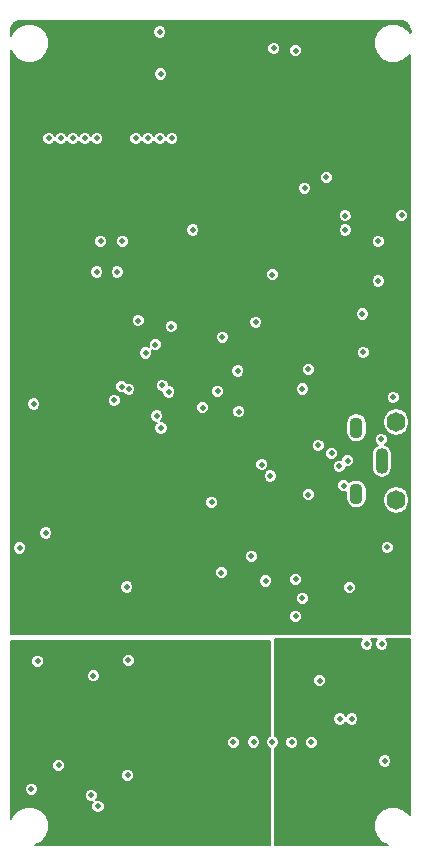
<source format=gbr>
G04 #@! TF.GenerationSoftware,KiCad,Pcbnew,(5.0.0)*
G04 #@! TF.CreationDate,2019-01-02T14:39:16-06:00*
G04 #@! TF.ProjectId,fk-sonar,666B2D736F6E61722E6B696361645F70,0.1*
G04 #@! TF.SameCoordinates,PX791ddc0PY791ddc0*
G04 #@! TF.FileFunction,Copper,L3,Inr,Plane*
G04 #@! TF.FilePolarity,Positive*
%FSLAX46Y46*%
G04 Gerber Fmt 4.6, Leading zero omitted, Abs format (unit mm)*
G04 Created by KiCad (PCBNEW (5.0.0)) date 01/02/19 14:39:16*
%MOMM*%
%LPD*%
G01*
G04 APERTURE LIST*
G04 #@! TA.AperFunction,ViaPad*
%ADD10O,1.600000X1.651000*%
G04 #@! TD*
G04 #@! TA.AperFunction,ViaPad*
%ADD11O,1.100000X1.800000*%
G04 #@! TD*
G04 #@! TA.AperFunction,ViaPad*
%ADD12O,1.100000X2.200000*%
G04 #@! TD*
G04 #@! TA.AperFunction,ViaPad*
%ADD13C,0.500000*%
G04 #@! TD*
G04 #@! TA.AperFunction,Conductor*
%ADD14C,0.203200*%
G04 #@! TD*
G04 APERTURE END LIST*
D10*
G04 #@! TO.N,*
G04 #@! TO.C,J3*
X28134500Y23878000D03*
X28134500Y30478000D03*
G04 #@! TD*
D11*
G04 #@! TO.N,Net-(C13-Pad1)*
G04 #@! TO.C,J4*
X24774000Y24378000D03*
G04 #@! TO.N,Net-(J4-Pad7)*
X24774000Y29978000D03*
D12*
G04 #@! TO.N,Net-(J4-Pad8)*
X26924000Y27178000D03*
G04 #@! TD*
D13*
G04 #@! TO.N,GND*
X9144000Y54483000D03*
X8128000Y54483000D03*
X7112000Y54483000D03*
X6096000Y54483000D03*
X2794000Y54483000D03*
X1778000Y54483000D03*
X762000Y54483000D03*
X-254000Y54483000D03*
X-1270000Y54483000D03*
X17780000Y62103000D03*
X10922000Y46736000D03*
X8128000Y63500000D03*
X-1524000Y21082000D03*
X-2540000Y32004000D03*
X14732000Y34798000D03*
X27178000Y1778000D03*
X19621500Y17145000D03*
X19621500Y14033500D03*
X20193000Y15557500D03*
X17653000Y3380000D03*
X16065500Y3380000D03*
X19304000Y3365500D03*
X21653500Y8572500D03*
X25336500Y36385500D03*
X27876500Y32575500D03*
X20193000Y33274000D03*
X2794000Y43179100D03*
X4508500Y43179100D03*
X4254500Y32321500D03*
X8318500Y33591500D03*
X5397500Y571500D03*
X-444500Y1397000D03*
X-2222500Y10223500D03*
X5461000Y10287000D03*
X12509500Y23685500D03*
X9080500Y38544500D03*
X13411776Y37658715D03*
X17653000Y42963200D03*
X14351000Y3341000D03*
X20955000Y3341000D03*
X21526500Y28511500D03*
X23685500Y25082500D03*
X17462500Y25908000D03*
X16764000Y26860500D03*
X20701000Y24320500D03*
X23812500Y46736000D03*
X23812500Y47942500D03*
X22225000Y51181000D03*
X24193500Y16446500D03*
X27368500Y19851000D03*
X13335000Y17716500D03*
X26606500Y45783500D03*
X26606500Y42418000D03*
G04 #@! TO.N,3V3*
X-1270000Y55753000D03*
X-254000Y55753000D03*
X762000Y55753000D03*
X1778000Y55753000D03*
X2794000Y55753000D03*
X6096000Y55753000D03*
X7112000Y55753000D03*
X8128000Y55753000D03*
X9144000Y55753000D03*
X16637000Y61976000D03*
X11938000Y59182000D03*
X-1524000Y18542000D03*
X18338800Y17314400D03*
X18288000Y13906500D03*
X22288500Y14541500D03*
X13208000Y14668500D03*
X25336500Y37909500D03*
X28003500Y34163000D03*
X13779500Y27178000D03*
X13716000Y24638000D03*
X12573000Y25424500D03*
X12001500Y13843000D03*
X28511500Y13779500D03*
X571500Y46736000D03*
X6667500Y47561500D03*
X190500Y43942000D03*
X6683200Y32135700D03*
X15049500Y40830500D03*
X18923000Y35052000D03*
X23812500Y45466000D03*
X17653000Y34036000D03*
X20447000Y16446500D03*
X21336000Y15621000D03*
G04 #@! TO.N,/RST*
X20383500Y50279300D03*
X28613100Y47980600D03*
G04 #@! TO.N,/RESET*
X16256000Y38929490D03*
X25273000Y39624000D03*
G04 #@! TO.N,/A1*
X6286500Y39052500D03*
X-3746500Y19812000D03*
G04 #@! TO.N,/A3*
X7747000Y37020500D03*
X8191500Y59944000D03*
G04 #@! TO.N,/MOSI*
X26924000Y11684000D03*
X8889986Y33020000D03*
G04 #@! TO.N,/SCK*
X25654000Y11684000D03*
X8225621Y29972000D03*
G04 #@! TO.N,/MISO*
X24384000Y5334000D03*
X7874000Y30988000D03*
G04 #@! TO.N,/USB-*
X23304500Y26733500D03*
G04 #@! TO.N,/USB+*
X24034921Y27202441D03*
G04 #@! TO.N,VUSB*
X26860500Y29019500D03*
G04 #@! TO.N,/D13*
X19621500Y61912500D03*
X11747500Y31686500D03*
G04 #@! TO.N,/SCL1*
X2489200Y8976200D03*
X2311402Y-1143000D03*
G04 #@! TO.N,/SDA1*
X2895600Y-2057400D03*
X-2743200Y-609600D03*
X5334000Y16510000D03*
G04 #@! TO.N,/SDA3*
X4889500Y33464500D03*
X3111500Y45783500D03*
G04 #@! TO.N,/SCL3*
X4953000Y45783500D03*
X5507574Y33255633D03*
G04 #@! TO.N,/D6_FLASH_CS*
X23368000Y5334000D03*
X14820657Y31339844D03*
G04 #@! TO.N,/PERIPH_3V3*
X19862800Y8026400D03*
X18338800Y8026400D03*
X18338800Y6502400D03*
X19862800Y6502400D03*
X19100800Y7264400D03*
X24384000Y11684000D03*
X23114000Y11684000D03*
X28511500Y10604500D03*
X25844500Y1460500D03*
G04 #@! TO.N,/D8_PERIPH_EN*
X17081500Y17018000D03*
X6921500Y36322000D03*
G04 #@! TO.N,/SENSOR_3V3*
X15290800Y8026400D03*
X16814800Y8026400D03*
X16814800Y6502400D03*
X15290800Y6502400D03*
X16052800Y7264400D03*
X11938000Y10414000D03*
X5397500Y1714500D03*
X-444500Y508000D03*
X-2222500Y11493500D03*
X5397500Y11430000D03*
G04 #@! TO.N,Net-(J3-Pad4)*
X20701000Y34925000D03*
X22669500Y27813000D03*
G04 #@! TO.N,/D7_SENSOR_EN*
X13017500Y33083500D03*
X15875000Y19113496D03*
G04 #@! TD*
D14*
G04 #@! TO.N,3V3*
G36*
X28904493Y64336116D02*
X29103287Y64203286D01*
X29236116Y64004493D01*
X29297498Y63695905D01*
X29354208Y63558995D01*
X29385447Y63527756D01*
X29323111Y63434464D01*
X29305671Y63476569D01*
X28840169Y63942071D01*
X28231960Y64194000D01*
X27573640Y64194000D01*
X26965431Y63942071D01*
X26499929Y63476569D01*
X26248000Y62868360D01*
X26248000Y62210040D01*
X26499929Y61601831D01*
X26965431Y61136329D01*
X27573640Y60884400D01*
X28231960Y60884400D01*
X28840169Y61136329D01*
X29290200Y61586360D01*
X29290201Y12547600D01*
X-4450200Y12547600D01*
X-4450200Y14143857D01*
X19066700Y14143857D01*
X19066700Y13923143D01*
X19151163Y13719231D01*
X19307231Y13563163D01*
X19511143Y13478700D01*
X19731857Y13478700D01*
X19935769Y13563163D01*
X20091837Y13719231D01*
X20176300Y13923143D01*
X20176300Y14143857D01*
X20091837Y14347769D01*
X19935769Y14503837D01*
X19731857Y14588300D01*
X19511143Y14588300D01*
X19307231Y14503837D01*
X19151163Y14347769D01*
X19066700Y14143857D01*
X-4450200Y14143857D01*
X-4450200Y15667857D01*
X19638200Y15667857D01*
X19638200Y15447143D01*
X19722663Y15243231D01*
X19878731Y15087163D01*
X20082643Y15002700D01*
X20303357Y15002700D01*
X20507269Y15087163D01*
X20663337Y15243231D01*
X20747800Y15447143D01*
X20747800Y15667857D01*
X20663337Y15871769D01*
X20507269Y16027837D01*
X20303357Y16112300D01*
X20082643Y16112300D01*
X19878731Y16027837D01*
X19722663Y15871769D01*
X19638200Y15667857D01*
X-4450200Y15667857D01*
X-4450200Y16620357D01*
X4779200Y16620357D01*
X4779200Y16399643D01*
X4863663Y16195731D01*
X5019731Y16039663D01*
X5223643Y15955200D01*
X5444357Y15955200D01*
X5648269Y16039663D01*
X5804337Y16195731D01*
X5888800Y16399643D01*
X5888800Y16620357D01*
X5804337Y16824269D01*
X5648269Y16980337D01*
X5444357Y17064800D01*
X5223643Y17064800D01*
X5019731Y16980337D01*
X4863663Y16824269D01*
X4779200Y16620357D01*
X-4450200Y16620357D01*
X-4450200Y17128357D01*
X16526700Y17128357D01*
X16526700Y16907643D01*
X16611163Y16703731D01*
X16767231Y16547663D01*
X16971143Y16463200D01*
X17191857Y16463200D01*
X17395769Y16547663D01*
X17404963Y16556857D01*
X23638700Y16556857D01*
X23638700Y16336143D01*
X23723163Y16132231D01*
X23879231Y15976163D01*
X24083143Y15891700D01*
X24303857Y15891700D01*
X24507769Y15976163D01*
X24663837Y16132231D01*
X24748300Y16336143D01*
X24748300Y16556857D01*
X24663837Y16760769D01*
X24507769Y16916837D01*
X24303857Y17001300D01*
X24083143Y17001300D01*
X23879231Y16916837D01*
X23723163Y16760769D01*
X23638700Y16556857D01*
X17404963Y16556857D01*
X17551837Y16703731D01*
X17636300Y16907643D01*
X17636300Y17128357D01*
X17583695Y17255357D01*
X19066700Y17255357D01*
X19066700Y17034643D01*
X19151163Y16830731D01*
X19307231Y16674663D01*
X19511143Y16590200D01*
X19731857Y16590200D01*
X19935769Y16674663D01*
X20091837Y16830731D01*
X20176300Y17034643D01*
X20176300Y17255357D01*
X20091837Y17459269D01*
X19935769Y17615337D01*
X19731857Y17699800D01*
X19511143Y17699800D01*
X19307231Y17615337D01*
X19151163Y17459269D01*
X19066700Y17255357D01*
X17583695Y17255357D01*
X17551837Y17332269D01*
X17395769Y17488337D01*
X17191857Y17572800D01*
X16971143Y17572800D01*
X16767231Y17488337D01*
X16611163Y17332269D01*
X16526700Y17128357D01*
X-4450200Y17128357D01*
X-4450200Y17826857D01*
X12780200Y17826857D01*
X12780200Y17606143D01*
X12864663Y17402231D01*
X13020731Y17246163D01*
X13224643Y17161700D01*
X13445357Y17161700D01*
X13649269Y17246163D01*
X13805337Y17402231D01*
X13889800Y17606143D01*
X13889800Y17826857D01*
X13805337Y18030769D01*
X13649269Y18186837D01*
X13445357Y18271300D01*
X13224643Y18271300D01*
X13020731Y18186837D01*
X12864663Y18030769D01*
X12780200Y17826857D01*
X-4450200Y17826857D01*
X-4450200Y19223853D01*
X15320200Y19223853D01*
X15320200Y19003139D01*
X15404663Y18799227D01*
X15560731Y18643159D01*
X15764643Y18558696D01*
X15985357Y18558696D01*
X16189269Y18643159D01*
X16345337Y18799227D01*
X16429800Y19003139D01*
X16429800Y19223853D01*
X16345337Y19427765D01*
X16189269Y19583833D01*
X15985357Y19668296D01*
X15764643Y19668296D01*
X15560731Y19583833D01*
X15404663Y19427765D01*
X15320200Y19223853D01*
X-4450200Y19223853D01*
X-4450200Y19922357D01*
X-4301300Y19922357D01*
X-4301300Y19701643D01*
X-4216837Y19497731D01*
X-4060769Y19341663D01*
X-3856857Y19257200D01*
X-3636143Y19257200D01*
X-3432231Y19341663D01*
X-3276163Y19497731D01*
X-3191700Y19701643D01*
X-3191700Y19922357D01*
X-3207854Y19961357D01*
X26813700Y19961357D01*
X26813700Y19740643D01*
X26898163Y19536731D01*
X27054231Y19380663D01*
X27258143Y19296200D01*
X27478857Y19296200D01*
X27682769Y19380663D01*
X27838837Y19536731D01*
X27923300Y19740643D01*
X27923300Y19961357D01*
X27838837Y20165269D01*
X27682769Y20321337D01*
X27478857Y20405800D01*
X27258143Y20405800D01*
X27054231Y20321337D01*
X26898163Y20165269D01*
X26813700Y19961357D01*
X-3207854Y19961357D01*
X-3276163Y20126269D01*
X-3432231Y20282337D01*
X-3636143Y20366800D01*
X-3856857Y20366800D01*
X-4060769Y20282337D01*
X-4216837Y20126269D01*
X-4301300Y19922357D01*
X-4450200Y19922357D01*
X-4450200Y21192357D01*
X-2078800Y21192357D01*
X-2078800Y20971643D01*
X-1994337Y20767731D01*
X-1838269Y20611663D01*
X-1634357Y20527200D01*
X-1413643Y20527200D01*
X-1209731Y20611663D01*
X-1053663Y20767731D01*
X-969200Y20971643D01*
X-969200Y21192357D01*
X-1053663Y21396269D01*
X-1209731Y21552337D01*
X-1413643Y21636800D01*
X-1634357Y21636800D01*
X-1838269Y21552337D01*
X-1994337Y21396269D01*
X-2078800Y21192357D01*
X-4450200Y21192357D01*
X-4450200Y23795857D01*
X11954700Y23795857D01*
X11954700Y23575143D01*
X12039163Y23371231D01*
X12195231Y23215163D01*
X12399143Y23130700D01*
X12619857Y23130700D01*
X12823769Y23215163D01*
X12979837Y23371231D01*
X13064300Y23575143D01*
X13064300Y23795857D01*
X12979837Y23999769D01*
X12823769Y24155837D01*
X12619857Y24240300D01*
X12399143Y24240300D01*
X12195231Y24155837D01*
X12039163Y23999769D01*
X11954700Y23795857D01*
X-4450200Y23795857D01*
X-4450200Y24430857D01*
X20146200Y24430857D01*
X20146200Y24210143D01*
X20230663Y24006231D01*
X20386731Y23850163D01*
X20590643Y23765700D01*
X20811357Y23765700D01*
X21015269Y23850163D01*
X21171337Y24006231D01*
X21255800Y24210143D01*
X21255800Y24430857D01*
X21171337Y24634769D01*
X21015269Y24790837D01*
X20811357Y24875300D01*
X20590643Y24875300D01*
X20386731Y24790837D01*
X20230663Y24634769D01*
X20146200Y24430857D01*
X-4450200Y24430857D01*
X-4450200Y25192857D01*
X23130700Y25192857D01*
X23130700Y24972143D01*
X23215163Y24768231D01*
X23371231Y24612163D01*
X23575143Y24527700D01*
X23795857Y24527700D01*
X23919200Y24578790D01*
X23919200Y23943812D01*
X23968797Y23694474D01*
X24157725Y23411724D01*
X24440475Y23222796D01*
X24774000Y23156454D01*
X25107526Y23222796D01*
X25390276Y23411724D01*
X25579204Y23694474D01*
X25628800Y23943812D01*
X25628800Y24012312D01*
X27029700Y24012312D01*
X27029700Y23743689D01*
X27093801Y23421430D01*
X27337984Y23055984D01*
X27703429Y22811801D01*
X28134500Y22726056D01*
X28565570Y22811801D01*
X28931016Y23055984D01*
X29175199Y23421429D01*
X29239300Y23743688D01*
X29239300Y24012311D01*
X29175199Y24334570D01*
X28931016Y24700016D01*
X28565571Y24944199D01*
X28134500Y25029944D01*
X27703430Y24944199D01*
X27337984Y24700016D01*
X27093801Y24334571D01*
X27029700Y24012312D01*
X25628800Y24012312D01*
X25628800Y24812188D01*
X25579204Y25061526D01*
X25390276Y25344276D01*
X25107525Y25533204D01*
X24774000Y25599546D01*
X24440474Y25533204D01*
X24173276Y25354668D01*
X24155837Y25396769D01*
X23999769Y25552837D01*
X23795857Y25637300D01*
X23575143Y25637300D01*
X23371231Y25552837D01*
X23215163Y25396769D01*
X23130700Y25192857D01*
X-4450200Y25192857D01*
X-4450200Y26018357D01*
X16907700Y26018357D01*
X16907700Y25797643D01*
X16992163Y25593731D01*
X17148231Y25437663D01*
X17352143Y25353200D01*
X17572857Y25353200D01*
X17776769Y25437663D01*
X17932837Y25593731D01*
X18017300Y25797643D01*
X18017300Y26018357D01*
X17932837Y26222269D01*
X17776769Y26378337D01*
X17572857Y26462800D01*
X17352143Y26462800D01*
X17148231Y26378337D01*
X16992163Y26222269D01*
X16907700Y26018357D01*
X-4450200Y26018357D01*
X-4450200Y26970857D01*
X16209200Y26970857D01*
X16209200Y26750143D01*
X16293663Y26546231D01*
X16449731Y26390163D01*
X16653643Y26305700D01*
X16874357Y26305700D01*
X17078269Y26390163D01*
X17234337Y26546231D01*
X17318800Y26750143D01*
X17318800Y26843857D01*
X22749700Y26843857D01*
X22749700Y26623143D01*
X22834163Y26419231D01*
X22990231Y26263163D01*
X23194143Y26178700D01*
X23414857Y26178700D01*
X23618769Y26263163D01*
X23774837Y26419231D01*
X23859300Y26623143D01*
X23859300Y26674674D01*
X23924564Y26647641D01*
X24145278Y26647641D01*
X24349190Y26732104D01*
X24505258Y26888172D01*
X24589721Y27092084D01*
X24589721Y27312798D01*
X24505258Y27516710D01*
X24349190Y27672778D01*
X24145278Y27757241D01*
X23924564Y27757241D01*
X23720652Y27672778D01*
X23564584Y27516710D01*
X23480121Y27312798D01*
X23480121Y27261267D01*
X23414857Y27288300D01*
X23194143Y27288300D01*
X22990231Y27203837D01*
X22834163Y27047769D01*
X22749700Y26843857D01*
X17318800Y26843857D01*
X17318800Y26970857D01*
X17234337Y27174769D01*
X17078269Y27330837D01*
X16874357Y27415300D01*
X16653643Y27415300D01*
X16449731Y27330837D01*
X16293663Y27174769D01*
X16209200Y26970857D01*
X-4450200Y26970857D01*
X-4450200Y27923357D01*
X22114700Y27923357D01*
X22114700Y27702643D01*
X22199163Y27498731D01*
X22355231Y27342663D01*
X22559143Y27258200D01*
X22779857Y27258200D01*
X22983769Y27342663D01*
X23139837Y27498731D01*
X23224300Y27702643D01*
X23224300Y27812187D01*
X26069200Y27812187D01*
X26069201Y26543812D01*
X26118797Y26294474D01*
X26307725Y26011724D01*
X26590475Y25822796D01*
X26924000Y25756454D01*
X27257526Y25822796D01*
X27540276Y26011724D01*
X27729204Y26294474D01*
X27778800Y26543812D01*
X27778800Y27812188D01*
X27729204Y28061526D01*
X27540276Y28344276D01*
X27257525Y28533204D01*
X27175188Y28549582D01*
X27330837Y28705231D01*
X27415300Y28909143D01*
X27415300Y29129857D01*
X27330837Y29333769D01*
X27174769Y29489837D01*
X26970857Y29574300D01*
X26750143Y29574300D01*
X26546231Y29489837D01*
X26390163Y29333769D01*
X26305700Y29129857D01*
X26305700Y28909143D01*
X26390163Y28705231D01*
X26546231Y28549163D01*
X26588287Y28531743D01*
X26307724Y28344276D01*
X26118796Y28061525D01*
X26069200Y27812187D01*
X23224300Y27812187D01*
X23224300Y27923357D01*
X23139837Y28127269D01*
X22983769Y28283337D01*
X22779857Y28367800D01*
X22559143Y28367800D01*
X22355231Y28283337D01*
X22199163Y28127269D01*
X22114700Y27923357D01*
X-4450200Y27923357D01*
X-4450200Y28621857D01*
X20971700Y28621857D01*
X20971700Y28401143D01*
X21056163Y28197231D01*
X21212231Y28041163D01*
X21416143Y27956700D01*
X21636857Y27956700D01*
X21840769Y28041163D01*
X21996837Y28197231D01*
X22081300Y28401143D01*
X22081300Y28621857D01*
X21996837Y28825769D01*
X21840769Y28981837D01*
X21636857Y29066300D01*
X21416143Y29066300D01*
X21212231Y28981837D01*
X21056163Y28825769D01*
X20971700Y28621857D01*
X-4450200Y28621857D01*
X-4450200Y31098357D01*
X7319200Y31098357D01*
X7319200Y30877643D01*
X7403663Y30673731D01*
X7559731Y30517663D01*
X7763643Y30433200D01*
X7902215Y30433200D01*
X7755284Y30286269D01*
X7670821Y30082357D01*
X7670821Y29861643D01*
X7755284Y29657731D01*
X7911352Y29501663D01*
X8115264Y29417200D01*
X8335978Y29417200D01*
X8539890Y29501663D01*
X8695958Y29657731D01*
X8780421Y29861643D01*
X8780421Y30082357D01*
X8695958Y30286269D01*
X8570040Y30412187D01*
X23919200Y30412187D01*
X23919200Y29543812D01*
X23968797Y29294474D01*
X24157725Y29011724D01*
X24440475Y28822796D01*
X24774000Y28756454D01*
X25107526Y28822796D01*
X25390276Y29011724D01*
X25579204Y29294474D01*
X25628800Y29543812D01*
X25628800Y30412188D01*
X25588994Y30612312D01*
X27029700Y30612312D01*
X27029700Y30343689D01*
X27093801Y30021430D01*
X27337984Y29655984D01*
X27703429Y29411801D01*
X28134500Y29326056D01*
X28565570Y29411801D01*
X28931016Y29655984D01*
X29175199Y30021429D01*
X29239300Y30343688D01*
X29239300Y30612311D01*
X29175199Y30934570D01*
X28931016Y31300016D01*
X28565571Y31544199D01*
X28134500Y31629944D01*
X27703430Y31544199D01*
X27337984Y31300016D01*
X27093801Y30934571D01*
X27029700Y30612312D01*
X25588994Y30612312D01*
X25579204Y30661526D01*
X25390276Y30944276D01*
X25107525Y31133204D01*
X24774000Y31199546D01*
X24440474Y31133204D01*
X24157724Y30944276D01*
X23968796Y30661525D01*
X23919200Y30412187D01*
X8570040Y30412187D01*
X8539890Y30442337D01*
X8335978Y30526800D01*
X8197406Y30526800D01*
X8344337Y30673731D01*
X8428800Y30877643D01*
X8428800Y31098357D01*
X8344337Y31302269D01*
X8188269Y31458337D01*
X7984357Y31542800D01*
X7763643Y31542800D01*
X7559731Y31458337D01*
X7403663Y31302269D01*
X7319200Y31098357D01*
X-4450200Y31098357D01*
X-4450200Y32114357D01*
X-3094800Y32114357D01*
X-3094800Y31893643D01*
X-3010337Y31689731D01*
X-2854269Y31533663D01*
X-2650357Y31449200D01*
X-2429643Y31449200D01*
X-2225731Y31533663D01*
X-2069663Y31689731D01*
X-1985200Y31893643D01*
X-1985200Y32114357D01*
X-2069663Y32318269D01*
X-2183251Y32431857D01*
X3699700Y32431857D01*
X3699700Y32211143D01*
X3784163Y32007231D01*
X3940231Y31851163D01*
X4144143Y31766700D01*
X4364857Y31766700D01*
X4437662Y31796857D01*
X11192700Y31796857D01*
X11192700Y31576143D01*
X11277163Y31372231D01*
X11433231Y31216163D01*
X11637143Y31131700D01*
X11857857Y31131700D01*
X12061769Y31216163D01*
X12217837Y31372231D01*
X12250133Y31450201D01*
X14265857Y31450201D01*
X14265857Y31229487D01*
X14350320Y31025575D01*
X14506388Y30869507D01*
X14710300Y30785044D01*
X14931014Y30785044D01*
X15134926Y30869507D01*
X15290994Y31025575D01*
X15375457Y31229487D01*
X15375457Y31450201D01*
X15290994Y31654113D01*
X15134926Y31810181D01*
X14931014Y31894644D01*
X14710300Y31894644D01*
X14506388Y31810181D01*
X14350320Y31654113D01*
X14265857Y31450201D01*
X12250133Y31450201D01*
X12302300Y31576143D01*
X12302300Y31796857D01*
X12217837Y32000769D01*
X12061769Y32156837D01*
X11857857Y32241300D01*
X11637143Y32241300D01*
X11433231Y32156837D01*
X11277163Y32000769D01*
X11192700Y31796857D01*
X4437662Y31796857D01*
X4568769Y31851163D01*
X4724837Y32007231D01*
X4809300Y32211143D01*
X4809300Y32431857D01*
X4724837Y32635769D01*
X4568769Y32791837D01*
X4364857Y32876300D01*
X4144143Y32876300D01*
X3940231Y32791837D01*
X3784163Y32635769D01*
X3699700Y32431857D01*
X-2183251Y32431857D01*
X-2225731Y32474337D01*
X-2429643Y32558800D01*
X-2650357Y32558800D01*
X-2854269Y32474337D01*
X-3010337Y32318269D01*
X-3094800Y32114357D01*
X-4450200Y32114357D01*
X-4450200Y33574857D01*
X4334700Y33574857D01*
X4334700Y33354143D01*
X4419163Y33150231D01*
X4575231Y32994163D01*
X4779143Y32909700D01*
X4999857Y32909700D01*
X5048679Y32929922D01*
X5193305Y32785296D01*
X5397217Y32700833D01*
X5617931Y32700833D01*
X5821843Y32785296D01*
X5977911Y32941364D01*
X6062374Y33145276D01*
X6062374Y33365990D01*
X5977911Y33569902D01*
X5845956Y33701857D01*
X7763700Y33701857D01*
X7763700Y33481143D01*
X7848163Y33277231D01*
X8004231Y33121163D01*
X8208143Y33036700D01*
X8335186Y33036700D01*
X8335186Y32909643D01*
X8419649Y32705731D01*
X8575717Y32549663D01*
X8779629Y32465200D01*
X9000343Y32465200D01*
X9204255Y32549663D01*
X9360323Y32705731D01*
X9444786Y32909643D01*
X9444786Y33130357D01*
X9418484Y33193857D01*
X12462700Y33193857D01*
X12462700Y32973143D01*
X12547163Y32769231D01*
X12703231Y32613163D01*
X12907143Y32528700D01*
X13127857Y32528700D01*
X13331769Y32613163D01*
X13404463Y32685857D01*
X27321700Y32685857D01*
X27321700Y32465143D01*
X27406163Y32261231D01*
X27562231Y32105163D01*
X27766143Y32020700D01*
X27986857Y32020700D01*
X28190769Y32105163D01*
X28346837Y32261231D01*
X28431300Y32465143D01*
X28431300Y32685857D01*
X28346837Y32889769D01*
X28190769Y33045837D01*
X27986857Y33130300D01*
X27766143Y33130300D01*
X27562231Y33045837D01*
X27406163Y32889769D01*
X27321700Y32685857D01*
X13404463Y32685857D01*
X13487837Y32769231D01*
X13572300Y32973143D01*
X13572300Y33193857D01*
X13493393Y33384357D01*
X19638200Y33384357D01*
X19638200Y33163643D01*
X19722663Y32959731D01*
X19878731Y32803663D01*
X20082643Y32719200D01*
X20303357Y32719200D01*
X20507269Y32803663D01*
X20663337Y32959731D01*
X20747800Y33163643D01*
X20747800Y33384357D01*
X20663337Y33588269D01*
X20507269Y33744337D01*
X20303357Y33828800D01*
X20082643Y33828800D01*
X19878731Y33744337D01*
X19722663Y33588269D01*
X19638200Y33384357D01*
X13493393Y33384357D01*
X13487837Y33397769D01*
X13331769Y33553837D01*
X13127857Y33638300D01*
X12907143Y33638300D01*
X12703231Y33553837D01*
X12547163Y33397769D01*
X12462700Y33193857D01*
X9418484Y33193857D01*
X9360323Y33334269D01*
X9204255Y33490337D01*
X9000343Y33574800D01*
X8873300Y33574800D01*
X8873300Y33701857D01*
X8788837Y33905769D01*
X8632769Y34061837D01*
X8428857Y34146300D01*
X8208143Y34146300D01*
X8004231Y34061837D01*
X7848163Y33905769D01*
X7763700Y33701857D01*
X5845956Y33701857D01*
X5821843Y33725970D01*
X5617931Y33810433D01*
X5397217Y33810433D01*
X5348395Y33790211D01*
X5203769Y33934837D01*
X4999857Y34019300D01*
X4779143Y34019300D01*
X4575231Y33934837D01*
X4419163Y33778769D01*
X4334700Y33574857D01*
X-4450200Y33574857D01*
X-4450200Y34908357D01*
X14177200Y34908357D01*
X14177200Y34687643D01*
X14261663Y34483731D01*
X14417731Y34327663D01*
X14621643Y34243200D01*
X14842357Y34243200D01*
X15046269Y34327663D01*
X15202337Y34483731D01*
X15286800Y34687643D01*
X15286800Y34908357D01*
X15234195Y35035357D01*
X20146200Y35035357D01*
X20146200Y34814643D01*
X20230663Y34610731D01*
X20386731Y34454663D01*
X20590643Y34370200D01*
X20811357Y34370200D01*
X21015269Y34454663D01*
X21171337Y34610731D01*
X21255800Y34814643D01*
X21255800Y35035357D01*
X21171337Y35239269D01*
X21015269Y35395337D01*
X20811357Y35479800D01*
X20590643Y35479800D01*
X20386731Y35395337D01*
X20230663Y35239269D01*
X20146200Y35035357D01*
X15234195Y35035357D01*
X15202337Y35112269D01*
X15046269Y35268337D01*
X14842357Y35352800D01*
X14621643Y35352800D01*
X14417731Y35268337D01*
X14261663Y35112269D01*
X14177200Y34908357D01*
X-4450200Y34908357D01*
X-4450200Y36432357D01*
X6366700Y36432357D01*
X6366700Y36211643D01*
X6451163Y36007731D01*
X6607231Y35851663D01*
X6811143Y35767200D01*
X7031857Y35767200D01*
X7235769Y35851663D01*
X7391837Y36007731D01*
X7476300Y36211643D01*
X7476300Y36432357D01*
X7423807Y36559087D01*
X7432731Y36550163D01*
X7636643Y36465700D01*
X7857357Y36465700D01*
X7930162Y36495857D01*
X24781700Y36495857D01*
X24781700Y36275143D01*
X24866163Y36071231D01*
X25022231Y35915163D01*
X25226143Y35830700D01*
X25446857Y35830700D01*
X25650769Y35915163D01*
X25806837Y36071231D01*
X25891300Y36275143D01*
X25891300Y36495857D01*
X25806837Y36699769D01*
X25650769Y36855837D01*
X25446857Y36940300D01*
X25226143Y36940300D01*
X25022231Y36855837D01*
X24866163Y36699769D01*
X24781700Y36495857D01*
X7930162Y36495857D01*
X8061269Y36550163D01*
X8217337Y36706231D01*
X8301800Y36910143D01*
X8301800Y37130857D01*
X8217337Y37334769D01*
X8061269Y37490837D01*
X7857357Y37575300D01*
X7636643Y37575300D01*
X7432731Y37490837D01*
X7276663Y37334769D01*
X7192200Y37130857D01*
X7192200Y36910143D01*
X7244693Y36783413D01*
X7235769Y36792337D01*
X7031857Y36876800D01*
X6811143Y36876800D01*
X6607231Y36792337D01*
X6451163Y36636269D01*
X6366700Y36432357D01*
X-4450200Y36432357D01*
X-4450200Y37769072D01*
X12856976Y37769072D01*
X12856976Y37548358D01*
X12941439Y37344446D01*
X13097507Y37188378D01*
X13301419Y37103915D01*
X13522133Y37103915D01*
X13726045Y37188378D01*
X13882113Y37344446D01*
X13966576Y37548358D01*
X13966576Y37769072D01*
X13882113Y37972984D01*
X13726045Y38129052D01*
X13522133Y38213515D01*
X13301419Y38213515D01*
X13097507Y38129052D01*
X12941439Y37972984D01*
X12856976Y37769072D01*
X-4450200Y37769072D01*
X-4450200Y39162857D01*
X5731700Y39162857D01*
X5731700Y38942143D01*
X5816163Y38738231D01*
X5972231Y38582163D01*
X6176143Y38497700D01*
X6396857Y38497700D01*
X6600769Y38582163D01*
X6673463Y38654857D01*
X8525700Y38654857D01*
X8525700Y38434143D01*
X8610163Y38230231D01*
X8766231Y38074163D01*
X8970143Y37989700D01*
X9190857Y37989700D01*
X9394769Y38074163D01*
X9550837Y38230231D01*
X9635300Y38434143D01*
X9635300Y38654857D01*
X9550837Y38858769D01*
X9394769Y39014837D01*
X9334390Y39039847D01*
X15701200Y39039847D01*
X15701200Y38819133D01*
X15785663Y38615221D01*
X15941731Y38459153D01*
X16145643Y38374690D01*
X16366357Y38374690D01*
X16570269Y38459153D01*
X16726337Y38615221D01*
X16810800Y38819133D01*
X16810800Y39039847D01*
X16726337Y39243759D01*
X16570269Y39399827D01*
X16366357Y39484290D01*
X16145643Y39484290D01*
X15941731Y39399827D01*
X15785663Y39243759D01*
X15701200Y39039847D01*
X9334390Y39039847D01*
X9190857Y39099300D01*
X8970143Y39099300D01*
X8766231Y39014837D01*
X8610163Y38858769D01*
X8525700Y38654857D01*
X6673463Y38654857D01*
X6756837Y38738231D01*
X6841300Y38942143D01*
X6841300Y39162857D01*
X6756837Y39366769D01*
X6600769Y39522837D01*
X6396857Y39607300D01*
X6176143Y39607300D01*
X5972231Y39522837D01*
X5816163Y39366769D01*
X5731700Y39162857D01*
X-4450200Y39162857D01*
X-4450200Y39734357D01*
X24718200Y39734357D01*
X24718200Y39513643D01*
X24802663Y39309731D01*
X24958731Y39153663D01*
X25162643Y39069200D01*
X25383357Y39069200D01*
X25587269Y39153663D01*
X25743337Y39309731D01*
X25827800Y39513643D01*
X25827800Y39734357D01*
X25743337Y39938269D01*
X25587269Y40094337D01*
X25383357Y40178800D01*
X25162643Y40178800D01*
X24958731Y40094337D01*
X24802663Y39938269D01*
X24718200Y39734357D01*
X-4450200Y39734357D01*
X-4450200Y43289457D01*
X2239200Y43289457D01*
X2239200Y43068743D01*
X2323663Y42864831D01*
X2479731Y42708763D01*
X2683643Y42624300D01*
X2904357Y42624300D01*
X3108269Y42708763D01*
X3264337Y42864831D01*
X3348800Y43068743D01*
X3348800Y43289457D01*
X3953700Y43289457D01*
X3953700Y43068743D01*
X4038163Y42864831D01*
X4194231Y42708763D01*
X4398143Y42624300D01*
X4618857Y42624300D01*
X4822769Y42708763D01*
X4978837Y42864831D01*
X5063300Y43068743D01*
X5063300Y43073557D01*
X17098200Y43073557D01*
X17098200Y42852843D01*
X17182663Y42648931D01*
X17338731Y42492863D01*
X17542643Y42408400D01*
X17763357Y42408400D01*
X17967269Y42492863D01*
X18002763Y42528357D01*
X26051700Y42528357D01*
X26051700Y42307643D01*
X26136163Y42103731D01*
X26292231Y41947663D01*
X26496143Y41863200D01*
X26716857Y41863200D01*
X26920769Y41947663D01*
X27076837Y42103731D01*
X27161300Y42307643D01*
X27161300Y42528357D01*
X27076837Y42732269D01*
X26920769Y42888337D01*
X26716857Y42972800D01*
X26496143Y42972800D01*
X26292231Y42888337D01*
X26136163Y42732269D01*
X26051700Y42528357D01*
X18002763Y42528357D01*
X18123337Y42648931D01*
X18207800Y42852843D01*
X18207800Y43073557D01*
X18123337Y43277469D01*
X17967269Y43433537D01*
X17763357Y43518000D01*
X17542643Y43518000D01*
X17338731Y43433537D01*
X17182663Y43277469D01*
X17098200Y43073557D01*
X5063300Y43073557D01*
X5063300Y43289457D01*
X4978837Y43493369D01*
X4822769Y43649437D01*
X4618857Y43733900D01*
X4398143Y43733900D01*
X4194231Y43649437D01*
X4038163Y43493369D01*
X3953700Y43289457D01*
X3348800Y43289457D01*
X3264337Y43493369D01*
X3108269Y43649437D01*
X2904357Y43733900D01*
X2683643Y43733900D01*
X2479731Y43649437D01*
X2323663Y43493369D01*
X2239200Y43289457D01*
X-4450200Y43289457D01*
X-4450200Y45893857D01*
X2556700Y45893857D01*
X2556700Y45673143D01*
X2641163Y45469231D01*
X2797231Y45313163D01*
X3001143Y45228700D01*
X3221857Y45228700D01*
X3425769Y45313163D01*
X3581837Y45469231D01*
X3666300Y45673143D01*
X3666300Y45893857D01*
X4398200Y45893857D01*
X4398200Y45673143D01*
X4482663Y45469231D01*
X4638731Y45313163D01*
X4842643Y45228700D01*
X5063357Y45228700D01*
X5267269Y45313163D01*
X5423337Y45469231D01*
X5507800Y45673143D01*
X5507800Y45893857D01*
X26051700Y45893857D01*
X26051700Y45673143D01*
X26136163Y45469231D01*
X26292231Y45313163D01*
X26496143Y45228700D01*
X26716857Y45228700D01*
X26920769Y45313163D01*
X27076837Y45469231D01*
X27161300Y45673143D01*
X27161300Y45893857D01*
X27076837Y46097769D01*
X26920769Y46253837D01*
X26716857Y46338300D01*
X26496143Y46338300D01*
X26292231Y46253837D01*
X26136163Y46097769D01*
X26051700Y45893857D01*
X5507800Y45893857D01*
X5423337Y46097769D01*
X5267269Y46253837D01*
X5063357Y46338300D01*
X4842643Y46338300D01*
X4638731Y46253837D01*
X4482663Y46097769D01*
X4398200Y45893857D01*
X3666300Y45893857D01*
X3581837Y46097769D01*
X3425769Y46253837D01*
X3221857Y46338300D01*
X3001143Y46338300D01*
X2797231Y46253837D01*
X2641163Y46097769D01*
X2556700Y45893857D01*
X-4450200Y45893857D01*
X-4450200Y46846357D01*
X10367200Y46846357D01*
X10367200Y46625643D01*
X10451663Y46421731D01*
X10607731Y46265663D01*
X10811643Y46181200D01*
X11032357Y46181200D01*
X11236269Y46265663D01*
X11392337Y46421731D01*
X11476800Y46625643D01*
X11476800Y46846357D01*
X23257700Y46846357D01*
X23257700Y46625643D01*
X23342163Y46421731D01*
X23498231Y46265663D01*
X23702143Y46181200D01*
X23922857Y46181200D01*
X24126769Y46265663D01*
X24282837Y46421731D01*
X24367300Y46625643D01*
X24367300Y46846357D01*
X24282837Y47050269D01*
X24126769Y47206337D01*
X23922857Y47290800D01*
X23702143Y47290800D01*
X23498231Y47206337D01*
X23342163Y47050269D01*
X23257700Y46846357D01*
X11476800Y46846357D01*
X11392337Y47050269D01*
X11236269Y47206337D01*
X11032357Y47290800D01*
X10811643Y47290800D01*
X10607731Y47206337D01*
X10451663Y47050269D01*
X10367200Y46846357D01*
X-4450200Y46846357D01*
X-4450200Y48052857D01*
X23257700Y48052857D01*
X23257700Y47832143D01*
X23342163Y47628231D01*
X23498231Y47472163D01*
X23702143Y47387700D01*
X23922857Y47387700D01*
X24126769Y47472163D01*
X24282837Y47628231D01*
X24367300Y47832143D01*
X24367300Y48052857D01*
X24351519Y48090957D01*
X28058300Y48090957D01*
X28058300Y47870243D01*
X28142763Y47666331D01*
X28298831Y47510263D01*
X28502743Y47425800D01*
X28723457Y47425800D01*
X28927369Y47510263D01*
X29083437Y47666331D01*
X29167900Y47870243D01*
X29167900Y48090957D01*
X29083437Y48294869D01*
X28927369Y48450937D01*
X28723457Y48535400D01*
X28502743Y48535400D01*
X28298831Y48450937D01*
X28142763Y48294869D01*
X28058300Y48090957D01*
X24351519Y48090957D01*
X24282837Y48256769D01*
X24126769Y48412837D01*
X23922857Y48497300D01*
X23702143Y48497300D01*
X23498231Y48412837D01*
X23342163Y48256769D01*
X23257700Y48052857D01*
X-4450200Y48052857D01*
X-4450200Y50389657D01*
X19828700Y50389657D01*
X19828700Y50168943D01*
X19913163Y49965031D01*
X20069231Y49808963D01*
X20273143Y49724500D01*
X20493857Y49724500D01*
X20697769Y49808963D01*
X20853837Y49965031D01*
X20938300Y50168943D01*
X20938300Y50389657D01*
X20853837Y50593569D01*
X20697769Y50749637D01*
X20493857Y50834100D01*
X20273143Y50834100D01*
X20069231Y50749637D01*
X19913163Y50593569D01*
X19828700Y50389657D01*
X-4450200Y50389657D01*
X-4450200Y51291357D01*
X21670200Y51291357D01*
X21670200Y51070643D01*
X21754663Y50866731D01*
X21910731Y50710663D01*
X22114643Y50626200D01*
X22335357Y50626200D01*
X22539269Y50710663D01*
X22695337Y50866731D01*
X22779800Y51070643D01*
X22779800Y51291357D01*
X22695337Y51495269D01*
X22539269Y51651337D01*
X22335357Y51735800D01*
X22114643Y51735800D01*
X21910731Y51651337D01*
X21754663Y51495269D01*
X21670200Y51291357D01*
X-4450200Y51291357D01*
X-4450200Y54593357D01*
X-1824800Y54593357D01*
X-1824800Y54372643D01*
X-1740337Y54168731D01*
X-1584269Y54012663D01*
X-1380357Y53928200D01*
X-1159643Y53928200D01*
X-955731Y54012663D01*
X-799663Y54168731D01*
X-762000Y54259658D01*
X-724337Y54168731D01*
X-568269Y54012663D01*
X-364357Y53928200D01*
X-143643Y53928200D01*
X60269Y54012663D01*
X216337Y54168731D01*
X254000Y54259658D01*
X291663Y54168731D01*
X447731Y54012663D01*
X651643Y53928200D01*
X872357Y53928200D01*
X1076269Y54012663D01*
X1232337Y54168731D01*
X1270000Y54259658D01*
X1307663Y54168731D01*
X1463731Y54012663D01*
X1667643Y53928200D01*
X1888357Y53928200D01*
X2092269Y54012663D01*
X2248337Y54168731D01*
X2286000Y54259658D01*
X2323663Y54168731D01*
X2479731Y54012663D01*
X2683643Y53928200D01*
X2904357Y53928200D01*
X3108269Y54012663D01*
X3264337Y54168731D01*
X3348800Y54372643D01*
X3348800Y54593357D01*
X5541200Y54593357D01*
X5541200Y54372643D01*
X5625663Y54168731D01*
X5781731Y54012663D01*
X5985643Y53928200D01*
X6206357Y53928200D01*
X6410269Y54012663D01*
X6566337Y54168731D01*
X6604000Y54259658D01*
X6641663Y54168731D01*
X6797731Y54012663D01*
X7001643Y53928200D01*
X7222357Y53928200D01*
X7426269Y54012663D01*
X7582337Y54168731D01*
X7620000Y54259658D01*
X7657663Y54168731D01*
X7813731Y54012663D01*
X8017643Y53928200D01*
X8238357Y53928200D01*
X8442269Y54012663D01*
X8598337Y54168731D01*
X8636000Y54259658D01*
X8673663Y54168731D01*
X8829731Y54012663D01*
X9033643Y53928200D01*
X9254357Y53928200D01*
X9458269Y54012663D01*
X9614337Y54168731D01*
X9698800Y54372643D01*
X9698800Y54593357D01*
X9614337Y54797269D01*
X9458269Y54953337D01*
X9254357Y55037800D01*
X9033643Y55037800D01*
X8829731Y54953337D01*
X8673663Y54797269D01*
X8636000Y54706342D01*
X8598337Y54797269D01*
X8442269Y54953337D01*
X8238357Y55037800D01*
X8017643Y55037800D01*
X7813731Y54953337D01*
X7657663Y54797269D01*
X7620000Y54706342D01*
X7582337Y54797269D01*
X7426269Y54953337D01*
X7222357Y55037800D01*
X7001643Y55037800D01*
X6797731Y54953337D01*
X6641663Y54797269D01*
X6604000Y54706342D01*
X6566337Y54797269D01*
X6410269Y54953337D01*
X6206357Y55037800D01*
X5985643Y55037800D01*
X5781731Y54953337D01*
X5625663Y54797269D01*
X5541200Y54593357D01*
X3348800Y54593357D01*
X3264337Y54797269D01*
X3108269Y54953337D01*
X2904357Y55037800D01*
X2683643Y55037800D01*
X2479731Y54953337D01*
X2323663Y54797269D01*
X2286000Y54706342D01*
X2248337Y54797269D01*
X2092269Y54953337D01*
X1888357Y55037800D01*
X1667643Y55037800D01*
X1463731Y54953337D01*
X1307663Y54797269D01*
X1270000Y54706342D01*
X1232337Y54797269D01*
X1076269Y54953337D01*
X872357Y55037800D01*
X651643Y55037800D01*
X447731Y54953337D01*
X291663Y54797269D01*
X254000Y54706342D01*
X216337Y54797269D01*
X60269Y54953337D01*
X-143643Y55037800D01*
X-364357Y55037800D01*
X-568269Y54953337D01*
X-724337Y54797269D01*
X-762000Y54706342D01*
X-799663Y54797269D01*
X-955731Y54953337D01*
X-1159643Y55037800D01*
X-1380357Y55037800D01*
X-1584269Y54953337D01*
X-1740337Y54797269D01*
X-1824800Y54593357D01*
X-4450200Y54593357D01*
X-4450200Y60054357D01*
X7636700Y60054357D01*
X7636700Y59833643D01*
X7721163Y59629731D01*
X7877231Y59473663D01*
X8081143Y59389200D01*
X8301857Y59389200D01*
X8505769Y59473663D01*
X8661837Y59629731D01*
X8746300Y59833643D01*
X8746300Y60054357D01*
X8661837Y60258269D01*
X8505769Y60414337D01*
X8301857Y60498800D01*
X8081143Y60498800D01*
X7877231Y60414337D01*
X7721163Y60258269D01*
X7636700Y60054357D01*
X-4450200Y60054357D01*
X-4450200Y61957514D01*
X-4302871Y61601831D01*
X-3837369Y61136329D01*
X-3229160Y60884400D01*
X-2570840Y60884400D01*
X-1962631Y61136329D01*
X-1497129Y61601831D01*
X-1245200Y62210040D01*
X-1245200Y62213357D01*
X17225200Y62213357D01*
X17225200Y61992643D01*
X17309663Y61788731D01*
X17465731Y61632663D01*
X17669643Y61548200D01*
X17890357Y61548200D01*
X18094269Y61632663D01*
X18250337Y61788731D01*
X18334800Y61992643D01*
X18334800Y62022857D01*
X19066700Y62022857D01*
X19066700Y61802143D01*
X19151163Y61598231D01*
X19307231Y61442163D01*
X19511143Y61357700D01*
X19731857Y61357700D01*
X19935769Y61442163D01*
X20091837Y61598231D01*
X20176300Y61802143D01*
X20176300Y62022857D01*
X20091837Y62226769D01*
X19935769Y62382837D01*
X19731857Y62467300D01*
X19511143Y62467300D01*
X19307231Y62382837D01*
X19151163Y62226769D01*
X19066700Y62022857D01*
X18334800Y62022857D01*
X18334800Y62213357D01*
X18250337Y62417269D01*
X18094269Y62573337D01*
X17890357Y62657800D01*
X17669643Y62657800D01*
X17465731Y62573337D01*
X17309663Y62417269D01*
X17225200Y62213357D01*
X-1245200Y62213357D01*
X-1245200Y62868360D01*
X-1497129Y63476569D01*
X-1630917Y63610357D01*
X7573200Y63610357D01*
X7573200Y63389643D01*
X7657663Y63185731D01*
X7813731Y63029663D01*
X8017643Y62945200D01*
X8238357Y62945200D01*
X8442269Y63029663D01*
X8598337Y63185731D01*
X8682800Y63389643D01*
X8682800Y63610357D01*
X8598337Y63814269D01*
X8442269Y63970337D01*
X8238357Y64054800D01*
X8017643Y64054800D01*
X7813731Y63970337D01*
X7657663Y63814269D01*
X7573200Y63610357D01*
X-1630917Y63610357D01*
X-1962631Y63942071D01*
X-2570840Y64194000D01*
X-3229160Y64194000D01*
X-3837369Y63942071D01*
X-4302871Y63476569D01*
X-4450200Y63120886D01*
X-4450200Y63732595D01*
X-4396116Y64004493D01*
X-4263286Y64203287D01*
X-4064493Y64336116D01*
X-3792595Y64390200D01*
X28632595Y64390200D01*
X28904493Y64336116D01*
X28904493Y64336116D01*
G37*
X28904493Y64336116D02*
X29103287Y64203286D01*
X29236116Y64004493D01*
X29297498Y63695905D01*
X29354208Y63558995D01*
X29385447Y63527756D01*
X29323111Y63434464D01*
X29305671Y63476569D01*
X28840169Y63942071D01*
X28231960Y64194000D01*
X27573640Y64194000D01*
X26965431Y63942071D01*
X26499929Y63476569D01*
X26248000Y62868360D01*
X26248000Y62210040D01*
X26499929Y61601831D01*
X26965431Y61136329D01*
X27573640Y60884400D01*
X28231960Y60884400D01*
X28840169Y61136329D01*
X29290200Y61586360D01*
X29290201Y12547600D01*
X-4450200Y12547600D01*
X-4450200Y14143857D01*
X19066700Y14143857D01*
X19066700Y13923143D01*
X19151163Y13719231D01*
X19307231Y13563163D01*
X19511143Y13478700D01*
X19731857Y13478700D01*
X19935769Y13563163D01*
X20091837Y13719231D01*
X20176300Y13923143D01*
X20176300Y14143857D01*
X20091837Y14347769D01*
X19935769Y14503837D01*
X19731857Y14588300D01*
X19511143Y14588300D01*
X19307231Y14503837D01*
X19151163Y14347769D01*
X19066700Y14143857D01*
X-4450200Y14143857D01*
X-4450200Y15667857D01*
X19638200Y15667857D01*
X19638200Y15447143D01*
X19722663Y15243231D01*
X19878731Y15087163D01*
X20082643Y15002700D01*
X20303357Y15002700D01*
X20507269Y15087163D01*
X20663337Y15243231D01*
X20747800Y15447143D01*
X20747800Y15667857D01*
X20663337Y15871769D01*
X20507269Y16027837D01*
X20303357Y16112300D01*
X20082643Y16112300D01*
X19878731Y16027837D01*
X19722663Y15871769D01*
X19638200Y15667857D01*
X-4450200Y15667857D01*
X-4450200Y16620357D01*
X4779200Y16620357D01*
X4779200Y16399643D01*
X4863663Y16195731D01*
X5019731Y16039663D01*
X5223643Y15955200D01*
X5444357Y15955200D01*
X5648269Y16039663D01*
X5804337Y16195731D01*
X5888800Y16399643D01*
X5888800Y16620357D01*
X5804337Y16824269D01*
X5648269Y16980337D01*
X5444357Y17064800D01*
X5223643Y17064800D01*
X5019731Y16980337D01*
X4863663Y16824269D01*
X4779200Y16620357D01*
X-4450200Y16620357D01*
X-4450200Y17128357D01*
X16526700Y17128357D01*
X16526700Y16907643D01*
X16611163Y16703731D01*
X16767231Y16547663D01*
X16971143Y16463200D01*
X17191857Y16463200D01*
X17395769Y16547663D01*
X17404963Y16556857D01*
X23638700Y16556857D01*
X23638700Y16336143D01*
X23723163Y16132231D01*
X23879231Y15976163D01*
X24083143Y15891700D01*
X24303857Y15891700D01*
X24507769Y15976163D01*
X24663837Y16132231D01*
X24748300Y16336143D01*
X24748300Y16556857D01*
X24663837Y16760769D01*
X24507769Y16916837D01*
X24303857Y17001300D01*
X24083143Y17001300D01*
X23879231Y16916837D01*
X23723163Y16760769D01*
X23638700Y16556857D01*
X17404963Y16556857D01*
X17551837Y16703731D01*
X17636300Y16907643D01*
X17636300Y17128357D01*
X17583695Y17255357D01*
X19066700Y17255357D01*
X19066700Y17034643D01*
X19151163Y16830731D01*
X19307231Y16674663D01*
X19511143Y16590200D01*
X19731857Y16590200D01*
X19935769Y16674663D01*
X20091837Y16830731D01*
X20176300Y17034643D01*
X20176300Y17255357D01*
X20091837Y17459269D01*
X19935769Y17615337D01*
X19731857Y17699800D01*
X19511143Y17699800D01*
X19307231Y17615337D01*
X19151163Y17459269D01*
X19066700Y17255357D01*
X17583695Y17255357D01*
X17551837Y17332269D01*
X17395769Y17488337D01*
X17191857Y17572800D01*
X16971143Y17572800D01*
X16767231Y17488337D01*
X16611163Y17332269D01*
X16526700Y17128357D01*
X-4450200Y17128357D01*
X-4450200Y17826857D01*
X12780200Y17826857D01*
X12780200Y17606143D01*
X12864663Y17402231D01*
X13020731Y17246163D01*
X13224643Y17161700D01*
X13445357Y17161700D01*
X13649269Y17246163D01*
X13805337Y17402231D01*
X13889800Y17606143D01*
X13889800Y17826857D01*
X13805337Y18030769D01*
X13649269Y18186837D01*
X13445357Y18271300D01*
X13224643Y18271300D01*
X13020731Y18186837D01*
X12864663Y18030769D01*
X12780200Y17826857D01*
X-4450200Y17826857D01*
X-4450200Y19223853D01*
X15320200Y19223853D01*
X15320200Y19003139D01*
X15404663Y18799227D01*
X15560731Y18643159D01*
X15764643Y18558696D01*
X15985357Y18558696D01*
X16189269Y18643159D01*
X16345337Y18799227D01*
X16429800Y19003139D01*
X16429800Y19223853D01*
X16345337Y19427765D01*
X16189269Y19583833D01*
X15985357Y19668296D01*
X15764643Y19668296D01*
X15560731Y19583833D01*
X15404663Y19427765D01*
X15320200Y19223853D01*
X-4450200Y19223853D01*
X-4450200Y19922357D01*
X-4301300Y19922357D01*
X-4301300Y19701643D01*
X-4216837Y19497731D01*
X-4060769Y19341663D01*
X-3856857Y19257200D01*
X-3636143Y19257200D01*
X-3432231Y19341663D01*
X-3276163Y19497731D01*
X-3191700Y19701643D01*
X-3191700Y19922357D01*
X-3207854Y19961357D01*
X26813700Y19961357D01*
X26813700Y19740643D01*
X26898163Y19536731D01*
X27054231Y19380663D01*
X27258143Y19296200D01*
X27478857Y19296200D01*
X27682769Y19380663D01*
X27838837Y19536731D01*
X27923300Y19740643D01*
X27923300Y19961357D01*
X27838837Y20165269D01*
X27682769Y20321337D01*
X27478857Y20405800D01*
X27258143Y20405800D01*
X27054231Y20321337D01*
X26898163Y20165269D01*
X26813700Y19961357D01*
X-3207854Y19961357D01*
X-3276163Y20126269D01*
X-3432231Y20282337D01*
X-3636143Y20366800D01*
X-3856857Y20366800D01*
X-4060769Y20282337D01*
X-4216837Y20126269D01*
X-4301300Y19922357D01*
X-4450200Y19922357D01*
X-4450200Y21192357D01*
X-2078800Y21192357D01*
X-2078800Y20971643D01*
X-1994337Y20767731D01*
X-1838269Y20611663D01*
X-1634357Y20527200D01*
X-1413643Y20527200D01*
X-1209731Y20611663D01*
X-1053663Y20767731D01*
X-969200Y20971643D01*
X-969200Y21192357D01*
X-1053663Y21396269D01*
X-1209731Y21552337D01*
X-1413643Y21636800D01*
X-1634357Y21636800D01*
X-1838269Y21552337D01*
X-1994337Y21396269D01*
X-2078800Y21192357D01*
X-4450200Y21192357D01*
X-4450200Y23795857D01*
X11954700Y23795857D01*
X11954700Y23575143D01*
X12039163Y23371231D01*
X12195231Y23215163D01*
X12399143Y23130700D01*
X12619857Y23130700D01*
X12823769Y23215163D01*
X12979837Y23371231D01*
X13064300Y23575143D01*
X13064300Y23795857D01*
X12979837Y23999769D01*
X12823769Y24155837D01*
X12619857Y24240300D01*
X12399143Y24240300D01*
X12195231Y24155837D01*
X12039163Y23999769D01*
X11954700Y23795857D01*
X-4450200Y23795857D01*
X-4450200Y24430857D01*
X20146200Y24430857D01*
X20146200Y24210143D01*
X20230663Y24006231D01*
X20386731Y23850163D01*
X20590643Y23765700D01*
X20811357Y23765700D01*
X21015269Y23850163D01*
X21171337Y24006231D01*
X21255800Y24210143D01*
X21255800Y24430857D01*
X21171337Y24634769D01*
X21015269Y24790837D01*
X20811357Y24875300D01*
X20590643Y24875300D01*
X20386731Y24790837D01*
X20230663Y24634769D01*
X20146200Y24430857D01*
X-4450200Y24430857D01*
X-4450200Y25192857D01*
X23130700Y25192857D01*
X23130700Y24972143D01*
X23215163Y24768231D01*
X23371231Y24612163D01*
X23575143Y24527700D01*
X23795857Y24527700D01*
X23919200Y24578790D01*
X23919200Y23943812D01*
X23968797Y23694474D01*
X24157725Y23411724D01*
X24440475Y23222796D01*
X24774000Y23156454D01*
X25107526Y23222796D01*
X25390276Y23411724D01*
X25579204Y23694474D01*
X25628800Y23943812D01*
X25628800Y24012312D01*
X27029700Y24012312D01*
X27029700Y23743689D01*
X27093801Y23421430D01*
X27337984Y23055984D01*
X27703429Y22811801D01*
X28134500Y22726056D01*
X28565570Y22811801D01*
X28931016Y23055984D01*
X29175199Y23421429D01*
X29239300Y23743688D01*
X29239300Y24012311D01*
X29175199Y24334570D01*
X28931016Y24700016D01*
X28565571Y24944199D01*
X28134500Y25029944D01*
X27703430Y24944199D01*
X27337984Y24700016D01*
X27093801Y24334571D01*
X27029700Y24012312D01*
X25628800Y24012312D01*
X25628800Y24812188D01*
X25579204Y25061526D01*
X25390276Y25344276D01*
X25107525Y25533204D01*
X24774000Y25599546D01*
X24440474Y25533204D01*
X24173276Y25354668D01*
X24155837Y25396769D01*
X23999769Y25552837D01*
X23795857Y25637300D01*
X23575143Y25637300D01*
X23371231Y25552837D01*
X23215163Y25396769D01*
X23130700Y25192857D01*
X-4450200Y25192857D01*
X-4450200Y26018357D01*
X16907700Y26018357D01*
X16907700Y25797643D01*
X16992163Y25593731D01*
X17148231Y25437663D01*
X17352143Y25353200D01*
X17572857Y25353200D01*
X17776769Y25437663D01*
X17932837Y25593731D01*
X18017300Y25797643D01*
X18017300Y26018357D01*
X17932837Y26222269D01*
X17776769Y26378337D01*
X17572857Y26462800D01*
X17352143Y26462800D01*
X17148231Y26378337D01*
X16992163Y26222269D01*
X16907700Y26018357D01*
X-4450200Y26018357D01*
X-4450200Y26970857D01*
X16209200Y26970857D01*
X16209200Y26750143D01*
X16293663Y26546231D01*
X16449731Y26390163D01*
X16653643Y26305700D01*
X16874357Y26305700D01*
X17078269Y26390163D01*
X17234337Y26546231D01*
X17318800Y26750143D01*
X17318800Y26843857D01*
X22749700Y26843857D01*
X22749700Y26623143D01*
X22834163Y26419231D01*
X22990231Y26263163D01*
X23194143Y26178700D01*
X23414857Y26178700D01*
X23618769Y26263163D01*
X23774837Y26419231D01*
X23859300Y26623143D01*
X23859300Y26674674D01*
X23924564Y26647641D01*
X24145278Y26647641D01*
X24349190Y26732104D01*
X24505258Y26888172D01*
X24589721Y27092084D01*
X24589721Y27312798D01*
X24505258Y27516710D01*
X24349190Y27672778D01*
X24145278Y27757241D01*
X23924564Y27757241D01*
X23720652Y27672778D01*
X23564584Y27516710D01*
X23480121Y27312798D01*
X23480121Y27261267D01*
X23414857Y27288300D01*
X23194143Y27288300D01*
X22990231Y27203837D01*
X22834163Y27047769D01*
X22749700Y26843857D01*
X17318800Y26843857D01*
X17318800Y26970857D01*
X17234337Y27174769D01*
X17078269Y27330837D01*
X16874357Y27415300D01*
X16653643Y27415300D01*
X16449731Y27330837D01*
X16293663Y27174769D01*
X16209200Y26970857D01*
X-4450200Y26970857D01*
X-4450200Y27923357D01*
X22114700Y27923357D01*
X22114700Y27702643D01*
X22199163Y27498731D01*
X22355231Y27342663D01*
X22559143Y27258200D01*
X22779857Y27258200D01*
X22983769Y27342663D01*
X23139837Y27498731D01*
X23224300Y27702643D01*
X23224300Y27812187D01*
X26069200Y27812187D01*
X26069201Y26543812D01*
X26118797Y26294474D01*
X26307725Y26011724D01*
X26590475Y25822796D01*
X26924000Y25756454D01*
X27257526Y25822796D01*
X27540276Y26011724D01*
X27729204Y26294474D01*
X27778800Y26543812D01*
X27778800Y27812188D01*
X27729204Y28061526D01*
X27540276Y28344276D01*
X27257525Y28533204D01*
X27175188Y28549582D01*
X27330837Y28705231D01*
X27415300Y28909143D01*
X27415300Y29129857D01*
X27330837Y29333769D01*
X27174769Y29489837D01*
X26970857Y29574300D01*
X26750143Y29574300D01*
X26546231Y29489837D01*
X26390163Y29333769D01*
X26305700Y29129857D01*
X26305700Y28909143D01*
X26390163Y28705231D01*
X26546231Y28549163D01*
X26588287Y28531743D01*
X26307724Y28344276D01*
X26118796Y28061525D01*
X26069200Y27812187D01*
X23224300Y27812187D01*
X23224300Y27923357D01*
X23139837Y28127269D01*
X22983769Y28283337D01*
X22779857Y28367800D01*
X22559143Y28367800D01*
X22355231Y28283337D01*
X22199163Y28127269D01*
X22114700Y27923357D01*
X-4450200Y27923357D01*
X-4450200Y28621857D01*
X20971700Y28621857D01*
X20971700Y28401143D01*
X21056163Y28197231D01*
X21212231Y28041163D01*
X21416143Y27956700D01*
X21636857Y27956700D01*
X21840769Y28041163D01*
X21996837Y28197231D01*
X22081300Y28401143D01*
X22081300Y28621857D01*
X21996837Y28825769D01*
X21840769Y28981837D01*
X21636857Y29066300D01*
X21416143Y29066300D01*
X21212231Y28981837D01*
X21056163Y28825769D01*
X20971700Y28621857D01*
X-4450200Y28621857D01*
X-4450200Y31098357D01*
X7319200Y31098357D01*
X7319200Y30877643D01*
X7403663Y30673731D01*
X7559731Y30517663D01*
X7763643Y30433200D01*
X7902215Y30433200D01*
X7755284Y30286269D01*
X7670821Y30082357D01*
X7670821Y29861643D01*
X7755284Y29657731D01*
X7911352Y29501663D01*
X8115264Y29417200D01*
X8335978Y29417200D01*
X8539890Y29501663D01*
X8695958Y29657731D01*
X8780421Y29861643D01*
X8780421Y30082357D01*
X8695958Y30286269D01*
X8570040Y30412187D01*
X23919200Y30412187D01*
X23919200Y29543812D01*
X23968797Y29294474D01*
X24157725Y29011724D01*
X24440475Y28822796D01*
X24774000Y28756454D01*
X25107526Y28822796D01*
X25390276Y29011724D01*
X25579204Y29294474D01*
X25628800Y29543812D01*
X25628800Y30412188D01*
X25588994Y30612312D01*
X27029700Y30612312D01*
X27029700Y30343689D01*
X27093801Y30021430D01*
X27337984Y29655984D01*
X27703429Y29411801D01*
X28134500Y29326056D01*
X28565570Y29411801D01*
X28931016Y29655984D01*
X29175199Y30021429D01*
X29239300Y30343688D01*
X29239300Y30612311D01*
X29175199Y30934570D01*
X28931016Y31300016D01*
X28565571Y31544199D01*
X28134500Y31629944D01*
X27703430Y31544199D01*
X27337984Y31300016D01*
X27093801Y30934571D01*
X27029700Y30612312D01*
X25588994Y30612312D01*
X25579204Y30661526D01*
X25390276Y30944276D01*
X25107525Y31133204D01*
X24774000Y31199546D01*
X24440474Y31133204D01*
X24157724Y30944276D01*
X23968796Y30661525D01*
X23919200Y30412187D01*
X8570040Y30412187D01*
X8539890Y30442337D01*
X8335978Y30526800D01*
X8197406Y30526800D01*
X8344337Y30673731D01*
X8428800Y30877643D01*
X8428800Y31098357D01*
X8344337Y31302269D01*
X8188269Y31458337D01*
X7984357Y31542800D01*
X7763643Y31542800D01*
X7559731Y31458337D01*
X7403663Y31302269D01*
X7319200Y31098357D01*
X-4450200Y31098357D01*
X-4450200Y32114357D01*
X-3094800Y32114357D01*
X-3094800Y31893643D01*
X-3010337Y31689731D01*
X-2854269Y31533663D01*
X-2650357Y31449200D01*
X-2429643Y31449200D01*
X-2225731Y31533663D01*
X-2069663Y31689731D01*
X-1985200Y31893643D01*
X-1985200Y32114357D01*
X-2069663Y32318269D01*
X-2183251Y32431857D01*
X3699700Y32431857D01*
X3699700Y32211143D01*
X3784163Y32007231D01*
X3940231Y31851163D01*
X4144143Y31766700D01*
X4364857Y31766700D01*
X4437662Y31796857D01*
X11192700Y31796857D01*
X11192700Y31576143D01*
X11277163Y31372231D01*
X11433231Y31216163D01*
X11637143Y31131700D01*
X11857857Y31131700D01*
X12061769Y31216163D01*
X12217837Y31372231D01*
X12250133Y31450201D01*
X14265857Y31450201D01*
X14265857Y31229487D01*
X14350320Y31025575D01*
X14506388Y30869507D01*
X14710300Y30785044D01*
X14931014Y30785044D01*
X15134926Y30869507D01*
X15290994Y31025575D01*
X15375457Y31229487D01*
X15375457Y31450201D01*
X15290994Y31654113D01*
X15134926Y31810181D01*
X14931014Y31894644D01*
X14710300Y31894644D01*
X14506388Y31810181D01*
X14350320Y31654113D01*
X14265857Y31450201D01*
X12250133Y31450201D01*
X12302300Y31576143D01*
X12302300Y31796857D01*
X12217837Y32000769D01*
X12061769Y32156837D01*
X11857857Y32241300D01*
X11637143Y32241300D01*
X11433231Y32156837D01*
X11277163Y32000769D01*
X11192700Y31796857D01*
X4437662Y31796857D01*
X4568769Y31851163D01*
X4724837Y32007231D01*
X4809300Y32211143D01*
X4809300Y32431857D01*
X4724837Y32635769D01*
X4568769Y32791837D01*
X4364857Y32876300D01*
X4144143Y32876300D01*
X3940231Y32791837D01*
X3784163Y32635769D01*
X3699700Y32431857D01*
X-2183251Y32431857D01*
X-2225731Y32474337D01*
X-2429643Y32558800D01*
X-2650357Y32558800D01*
X-2854269Y32474337D01*
X-3010337Y32318269D01*
X-3094800Y32114357D01*
X-4450200Y32114357D01*
X-4450200Y33574857D01*
X4334700Y33574857D01*
X4334700Y33354143D01*
X4419163Y33150231D01*
X4575231Y32994163D01*
X4779143Y32909700D01*
X4999857Y32909700D01*
X5048679Y32929922D01*
X5193305Y32785296D01*
X5397217Y32700833D01*
X5617931Y32700833D01*
X5821843Y32785296D01*
X5977911Y32941364D01*
X6062374Y33145276D01*
X6062374Y33365990D01*
X5977911Y33569902D01*
X5845956Y33701857D01*
X7763700Y33701857D01*
X7763700Y33481143D01*
X7848163Y33277231D01*
X8004231Y33121163D01*
X8208143Y33036700D01*
X8335186Y33036700D01*
X8335186Y32909643D01*
X8419649Y32705731D01*
X8575717Y32549663D01*
X8779629Y32465200D01*
X9000343Y32465200D01*
X9204255Y32549663D01*
X9360323Y32705731D01*
X9444786Y32909643D01*
X9444786Y33130357D01*
X9418484Y33193857D01*
X12462700Y33193857D01*
X12462700Y32973143D01*
X12547163Y32769231D01*
X12703231Y32613163D01*
X12907143Y32528700D01*
X13127857Y32528700D01*
X13331769Y32613163D01*
X13404463Y32685857D01*
X27321700Y32685857D01*
X27321700Y32465143D01*
X27406163Y32261231D01*
X27562231Y32105163D01*
X27766143Y32020700D01*
X27986857Y32020700D01*
X28190769Y32105163D01*
X28346837Y32261231D01*
X28431300Y32465143D01*
X28431300Y32685857D01*
X28346837Y32889769D01*
X28190769Y33045837D01*
X27986857Y33130300D01*
X27766143Y33130300D01*
X27562231Y33045837D01*
X27406163Y32889769D01*
X27321700Y32685857D01*
X13404463Y32685857D01*
X13487837Y32769231D01*
X13572300Y32973143D01*
X13572300Y33193857D01*
X13493393Y33384357D01*
X19638200Y33384357D01*
X19638200Y33163643D01*
X19722663Y32959731D01*
X19878731Y32803663D01*
X20082643Y32719200D01*
X20303357Y32719200D01*
X20507269Y32803663D01*
X20663337Y32959731D01*
X20747800Y33163643D01*
X20747800Y33384357D01*
X20663337Y33588269D01*
X20507269Y33744337D01*
X20303357Y33828800D01*
X20082643Y33828800D01*
X19878731Y33744337D01*
X19722663Y33588269D01*
X19638200Y33384357D01*
X13493393Y33384357D01*
X13487837Y33397769D01*
X13331769Y33553837D01*
X13127857Y33638300D01*
X12907143Y33638300D01*
X12703231Y33553837D01*
X12547163Y33397769D01*
X12462700Y33193857D01*
X9418484Y33193857D01*
X9360323Y33334269D01*
X9204255Y33490337D01*
X9000343Y33574800D01*
X8873300Y33574800D01*
X8873300Y33701857D01*
X8788837Y33905769D01*
X8632769Y34061837D01*
X8428857Y34146300D01*
X8208143Y34146300D01*
X8004231Y34061837D01*
X7848163Y33905769D01*
X7763700Y33701857D01*
X5845956Y33701857D01*
X5821843Y33725970D01*
X5617931Y33810433D01*
X5397217Y33810433D01*
X5348395Y33790211D01*
X5203769Y33934837D01*
X4999857Y34019300D01*
X4779143Y34019300D01*
X4575231Y33934837D01*
X4419163Y33778769D01*
X4334700Y33574857D01*
X-4450200Y33574857D01*
X-4450200Y34908357D01*
X14177200Y34908357D01*
X14177200Y34687643D01*
X14261663Y34483731D01*
X14417731Y34327663D01*
X14621643Y34243200D01*
X14842357Y34243200D01*
X15046269Y34327663D01*
X15202337Y34483731D01*
X15286800Y34687643D01*
X15286800Y34908357D01*
X15234195Y35035357D01*
X20146200Y35035357D01*
X20146200Y34814643D01*
X20230663Y34610731D01*
X20386731Y34454663D01*
X20590643Y34370200D01*
X20811357Y34370200D01*
X21015269Y34454663D01*
X21171337Y34610731D01*
X21255800Y34814643D01*
X21255800Y35035357D01*
X21171337Y35239269D01*
X21015269Y35395337D01*
X20811357Y35479800D01*
X20590643Y35479800D01*
X20386731Y35395337D01*
X20230663Y35239269D01*
X20146200Y35035357D01*
X15234195Y35035357D01*
X15202337Y35112269D01*
X15046269Y35268337D01*
X14842357Y35352800D01*
X14621643Y35352800D01*
X14417731Y35268337D01*
X14261663Y35112269D01*
X14177200Y34908357D01*
X-4450200Y34908357D01*
X-4450200Y36432357D01*
X6366700Y36432357D01*
X6366700Y36211643D01*
X6451163Y36007731D01*
X6607231Y35851663D01*
X6811143Y35767200D01*
X7031857Y35767200D01*
X7235769Y35851663D01*
X7391837Y36007731D01*
X7476300Y36211643D01*
X7476300Y36432357D01*
X7423807Y36559087D01*
X7432731Y36550163D01*
X7636643Y36465700D01*
X7857357Y36465700D01*
X7930162Y36495857D01*
X24781700Y36495857D01*
X24781700Y36275143D01*
X24866163Y36071231D01*
X25022231Y35915163D01*
X25226143Y35830700D01*
X25446857Y35830700D01*
X25650769Y35915163D01*
X25806837Y36071231D01*
X25891300Y36275143D01*
X25891300Y36495857D01*
X25806837Y36699769D01*
X25650769Y36855837D01*
X25446857Y36940300D01*
X25226143Y36940300D01*
X25022231Y36855837D01*
X24866163Y36699769D01*
X24781700Y36495857D01*
X7930162Y36495857D01*
X8061269Y36550163D01*
X8217337Y36706231D01*
X8301800Y36910143D01*
X8301800Y37130857D01*
X8217337Y37334769D01*
X8061269Y37490837D01*
X7857357Y37575300D01*
X7636643Y37575300D01*
X7432731Y37490837D01*
X7276663Y37334769D01*
X7192200Y37130857D01*
X7192200Y36910143D01*
X7244693Y36783413D01*
X7235769Y36792337D01*
X7031857Y36876800D01*
X6811143Y36876800D01*
X6607231Y36792337D01*
X6451163Y36636269D01*
X6366700Y36432357D01*
X-4450200Y36432357D01*
X-4450200Y37769072D01*
X12856976Y37769072D01*
X12856976Y37548358D01*
X12941439Y37344446D01*
X13097507Y37188378D01*
X13301419Y37103915D01*
X13522133Y37103915D01*
X13726045Y37188378D01*
X13882113Y37344446D01*
X13966576Y37548358D01*
X13966576Y37769072D01*
X13882113Y37972984D01*
X13726045Y38129052D01*
X13522133Y38213515D01*
X13301419Y38213515D01*
X13097507Y38129052D01*
X12941439Y37972984D01*
X12856976Y37769072D01*
X-4450200Y37769072D01*
X-4450200Y39162857D01*
X5731700Y39162857D01*
X5731700Y38942143D01*
X5816163Y38738231D01*
X5972231Y38582163D01*
X6176143Y38497700D01*
X6396857Y38497700D01*
X6600769Y38582163D01*
X6673463Y38654857D01*
X8525700Y38654857D01*
X8525700Y38434143D01*
X8610163Y38230231D01*
X8766231Y38074163D01*
X8970143Y37989700D01*
X9190857Y37989700D01*
X9394769Y38074163D01*
X9550837Y38230231D01*
X9635300Y38434143D01*
X9635300Y38654857D01*
X9550837Y38858769D01*
X9394769Y39014837D01*
X9334390Y39039847D01*
X15701200Y39039847D01*
X15701200Y38819133D01*
X15785663Y38615221D01*
X15941731Y38459153D01*
X16145643Y38374690D01*
X16366357Y38374690D01*
X16570269Y38459153D01*
X16726337Y38615221D01*
X16810800Y38819133D01*
X16810800Y39039847D01*
X16726337Y39243759D01*
X16570269Y39399827D01*
X16366357Y39484290D01*
X16145643Y39484290D01*
X15941731Y39399827D01*
X15785663Y39243759D01*
X15701200Y39039847D01*
X9334390Y39039847D01*
X9190857Y39099300D01*
X8970143Y39099300D01*
X8766231Y39014837D01*
X8610163Y38858769D01*
X8525700Y38654857D01*
X6673463Y38654857D01*
X6756837Y38738231D01*
X6841300Y38942143D01*
X6841300Y39162857D01*
X6756837Y39366769D01*
X6600769Y39522837D01*
X6396857Y39607300D01*
X6176143Y39607300D01*
X5972231Y39522837D01*
X5816163Y39366769D01*
X5731700Y39162857D01*
X-4450200Y39162857D01*
X-4450200Y39734357D01*
X24718200Y39734357D01*
X24718200Y39513643D01*
X24802663Y39309731D01*
X24958731Y39153663D01*
X25162643Y39069200D01*
X25383357Y39069200D01*
X25587269Y39153663D01*
X25743337Y39309731D01*
X25827800Y39513643D01*
X25827800Y39734357D01*
X25743337Y39938269D01*
X25587269Y40094337D01*
X25383357Y40178800D01*
X25162643Y40178800D01*
X24958731Y40094337D01*
X24802663Y39938269D01*
X24718200Y39734357D01*
X-4450200Y39734357D01*
X-4450200Y43289457D01*
X2239200Y43289457D01*
X2239200Y43068743D01*
X2323663Y42864831D01*
X2479731Y42708763D01*
X2683643Y42624300D01*
X2904357Y42624300D01*
X3108269Y42708763D01*
X3264337Y42864831D01*
X3348800Y43068743D01*
X3348800Y43289457D01*
X3953700Y43289457D01*
X3953700Y43068743D01*
X4038163Y42864831D01*
X4194231Y42708763D01*
X4398143Y42624300D01*
X4618857Y42624300D01*
X4822769Y42708763D01*
X4978837Y42864831D01*
X5063300Y43068743D01*
X5063300Y43073557D01*
X17098200Y43073557D01*
X17098200Y42852843D01*
X17182663Y42648931D01*
X17338731Y42492863D01*
X17542643Y42408400D01*
X17763357Y42408400D01*
X17967269Y42492863D01*
X18002763Y42528357D01*
X26051700Y42528357D01*
X26051700Y42307643D01*
X26136163Y42103731D01*
X26292231Y41947663D01*
X26496143Y41863200D01*
X26716857Y41863200D01*
X26920769Y41947663D01*
X27076837Y42103731D01*
X27161300Y42307643D01*
X27161300Y42528357D01*
X27076837Y42732269D01*
X26920769Y42888337D01*
X26716857Y42972800D01*
X26496143Y42972800D01*
X26292231Y42888337D01*
X26136163Y42732269D01*
X26051700Y42528357D01*
X18002763Y42528357D01*
X18123337Y42648931D01*
X18207800Y42852843D01*
X18207800Y43073557D01*
X18123337Y43277469D01*
X17967269Y43433537D01*
X17763357Y43518000D01*
X17542643Y43518000D01*
X17338731Y43433537D01*
X17182663Y43277469D01*
X17098200Y43073557D01*
X5063300Y43073557D01*
X5063300Y43289457D01*
X4978837Y43493369D01*
X4822769Y43649437D01*
X4618857Y43733900D01*
X4398143Y43733900D01*
X4194231Y43649437D01*
X4038163Y43493369D01*
X3953700Y43289457D01*
X3348800Y43289457D01*
X3264337Y43493369D01*
X3108269Y43649437D01*
X2904357Y43733900D01*
X2683643Y43733900D01*
X2479731Y43649437D01*
X2323663Y43493369D01*
X2239200Y43289457D01*
X-4450200Y43289457D01*
X-4450200Y45893857D01*
X2556700Y45893857D01*
X2556700Y45673143D01*
X2641163Y45469231D01*
X2797231Y45313163D01*
X3001143Y45228700D01*
X3221857Y45228700D01*
X3425769Y45313163D01*
X3581837Y45469231D01*
X3666300Y45673143D01*
X3666300Y45893857D01*
X4398200Y45893857D01*
X4398200Y45673143D01*
X4482663Y45469231D01*
X4638731Y45313163D01*
X4842643Y45228700D01*
X5063357Y45228700D01*
X5267269Y45313163D01*
X5423337Y45469231D01*
X5507800Y45673143D01*
X5507800Y45893857D01*
X26051700Y45893857D01*
X26051700Y45673143D01*
X26136163Y45469231D01*
X26292231Y45313163D01*
X26496143Y45228700D01*
X26716857Y45228700D01*
X26920769Y45313163D01*
X27076837Y45469231D01*
X27161300Y45673143D01*
X27161300Y45893857D01*
X27076837Y46097769D01*
X26920769Y46253837D01*
X26716857Y46338300D01*
X26496143Y46338300D01*
X26292231Y46253837D01*
X26136163Y46097769D01*
X26051700Y45893857D01*
X5507800Y45893857D01*
X5423337Y46097769D01*
X5267269Y46253837D01*
X5063357Y46338300D01*
X4842643Y46338300D01*
X4638731Y46253837D01*
X4482663Y46097769D01*
X4398200Y45893857D01*
X3666300Y45893857D01*
X3581837Y46097769D01*
X3425769Y46253837D01*
X3221857Y46338300D01*
X3001143Y46338300D01*
X2797231Y46253837D01*
X2641163Y46097769D01*
X2556700Y45893857D01*
X-4450200Y45893857D01*
X-4450200Y46846357D01*
X10367200Y46846357D01*
X10367200Y46625643D01*
X10451663Y46421731D01*
X10607731Y46265663D01*
X10811643Y46181200D01*
X11032357Y46181200D01*
X11236269Y46265663D01*
X11392337Y46421731D01*
X11476800Y46625643D01*
X11476800Y46846357D01*
X23257700Y46846357D01*
X23257700Y46625643D01*
X23342163Y46421731D01*
X23498231Y46265663D01*
X23702143Y46181200D01*
X23922857Y46181200D01*
X24126769Y46265663D01*
X24282837Y46421731D01*
X24367300Y46625643D01*
X24367300Y46846357D01*
X24282837Y47050269D01*
X24126769Y47206337D01*
X23922857Y47290800D01*
X23702143Y47290800D01*
X23498231Y47206337D01*
X23342163Y47050269D01*
X23257700Y46846357D01*
X11476800Y46846357D01*
X11392337Y47050269D01*
X11236269Y47206337D01*
X11032357Y47290800D01*
X10811643Y47290800D01*
X10607731Y47206337D01*
X10451663Y47050269D01*
X10367200Y46846357D01*
X-4450200Y46846357D01*
X-4450200Y48052857D01*
X23257700Y48052857D01*
X23257700Y47832143D01*
X23342163Y47628231D01*
X23498231Y47472163D01*
X23702143Y47387700D01*
X23922857Y47387700D01*
X24126769Y47472163D01*
X24282837Y47628231D01*
X24367300Y47832143D01*
X24367300Y48052857D01*
X24351519Y48090957D01*
X28058300Y48090957D01*
X28058300Y47870243D01*
X28142763Y47666331D01*
X28298831Y47510263D01*
X28502743Y47425800D01*
X28723457Y47425800D01*
X28927369Y47510263D01*
X29083437Y47666331D01*
X29167900Y47870243D01*
X29167900Y48090957D01*
X29083437Y48294869D01*
X28927369Y48450937D01*
X28723457Y48535400D01*
X28502743Y48535400D01*
X28298831Y48450937D01*
X28142763Y48294869D01*
X28058300Y48090957D01*
X24351519Y48090957D01*
X24282837Y48256769D01*
X24126769Y48412837D01*
X23922857Y48497300D01*
X23702143Y48497300D01*
X23498231Y48412837D01*
X23342163Y48256769D01*
X23257700Y48052857D01*
X-4450200Y48052857D01*
X-4450200Y50389657D01*
X19828700Y50389657D01*
X19828700Y50168943D01*
X19913163Y49965031D01*
X20069231Y49808963D01*
X20273143Y49724500D01*
X20493857Y49724500D01*
X20697769Y49808963D01*
X20853837Y49965031D01*
X20938300Y50168943D01*
X20938300Y50389657D01*
X20853837Y50593569D01*
X20697769Y50749637D01*
X20493857Y50834100D01*
X20273143Y50834100D01*
X20069231Y50749637D01*
X19913163Y50593569D01*
X19828700Y50389657D01*
X-4450200Y50389657D01*
X-4450200Y51291357D01*
X21670200Y51291357D01*
X21670200Y51070643D01*
X21754663Y50866731D01*
X21910731Y50710663D01*
X22114643Y50626200D01*
X22335357Y50626200D01*
X22539269Y50710663D01*
X22695337Y50866731D01*
X22779800Y51070643D01*
X22779800Y51291357D01*
X22695337Y51495269D01*
X22539269Y51651337D01*
X22335357Y51735800D01*
X22114643Y51735800D01*
X21910731Y51651337D01*
X21754663Y51495269D01*
X21670200Y51291357D01*
X-4450200Y51291357D01*
X-4450200Y54593357D01*
X-1824800Y54593357D01*
X-1824800Y54372643D01*
X-1740337Y54168731D01*
X-1584269Y54012663D01*
X-1380357Y53928200D01*
X-1159643Y53928200D01*
X-955731Y54012663D01*
X-799663Y54168731D01*
X-762000Y54259658D01*
X-724337Y54168731D01*
X-568269Y54012663D01*
X-364357Y53928200D01*
X-143643Y53928200D01*
X60269Y54012663D01*
X216337Y54168731D01*
X254000Y54259658D01*
X291663Y54168731D01*
X447731Y54012663D01*
X651643Y53928200D01*
X872357Y53928200D01*
X1076269Y54012663D01*
X1232337Y54168731D01*
X1270000Y54259658D01*
X1307663Y54168731D01*
X1463731Y54012663D01*
X1667643Y53928200D01*
X1888357Y53928200D01*
X2092269Y54012663D01*
X2248337Y54168731D01*
X2286000Y54259658D01*
X2323663Y54168731D01*
X2479731Y54012663D01*
X2683643Y53928200D01*
X2904357Y53928200D01*
X3108269Y54012663D01*
X3264337Y54168731D01*
X3348800Y54372643D01*
X3348800Y54593357D01*
X5541200Y54593357D01*
X5541200Y54372643D01*
X5625663Y54168731D01*
X5781731Y54012663D01*
X5985643Y53928200D01*
X6206357Y53928200D01*
X6410269Y54012663D01*
X6566337Y54168731D01*
X6604000Y54259658D01*
X6641663Y54168731D01*
X6797731Y54012663D01*
X7001643Y53928200D01*
X7222357Y53928200D01*
X7426269Y54012663D01*
X7582337Y54168731D01*
X7620000Y54259658D01*
X7657663Y54168731D01*
X7813731Y54012663D01*
X8017643Y53928200D01*
X8238357Y53928200D01*
X8442269Y54012663D01*
X8598337Y54168731D01*
X8636000Y54259658D01*
X8673663Y54168731D01*
X8829731Y54012663D01*
X9033643Y53928200D01*
X9254357Y53928200D01*
X9458269Y54012663D01*
X9614337Y54168731D01*
X9698800Y54372643D01*
X9698800Y54593357D01*
X9614337Y54797269D01*
X9458269Y54953337D01*
X9254357Y55037800D01*
X9033643Y55037800D01*
X8829731Y54953337D01*
X8673663Y54797269D01*
X8636000Y54706342D01*
X8598337Y54797269D01*
X8442269Y54953337D01*
X8238357Y55037800D01*
X8017643Y55037800D01*
X7813731Y54953337D01*
X7657663Y54797269D01*
X7620000Y54706342D01*
X7582337Y54797269D01*
X7426269Y54953337D01*
X7222357Y55037800D01*
X7001643Y55037800D01*
X6797731Y54953337D01*
X6641663Y54797269D01*
X6604000Y54706342D01*
X6566337Y54797269D01*
X6410269Y54953337D01*
X6206357Y55037800D01*
X5985643Y55037800D01*
X5781731Y54953337D01*
X5625663Y54797269D01*
X5541200Y54593357D01*
X3348800Y54593357D01*
X3264337Y54797269D01*
X3108269Y54953337D01*
X2904357Y55037800D01*
X2683643Y55037800D01*
X2479731Y54953337D01*
X2323663Y54797269D01*
X2286000Y54706342D01*
X2248337Y54797269D01*
X2092269Y54953337D01*
X1888357Y55037800D01*
X1667643Y55037800D01*
X1463731Y54953337D01*
X1307663Y54797269D01*
X1270000Y54706342D01*
X1232337Y54797269D01*
X1076269Y54953337D01*
X872357Y55037800D01*
X651643Y55037800D01*
X447731Y54953337D01*
X291663Y54797269D01*
X254000Y54706342D01*
X216337Y54797269D01*
X60269Y54953337D01*
X-143643Y55037800D01*
X-364357Y55037800D01*
X-568269Y54953337D01*
X-724337Y54797269D01*
X-762000Y54706342D01*
X-799663Y54797269D01*
X-955731Y54953337D01*
X-1159643Y55037800D01*
X-1380357Y55037800D01*
X-1584269Y54953337D01*
X-1740337Y54797269D01*
X-1824800Y54593357D01*
X-4450200Y54593357D01*
X-4450200Y60054357D01*
X7636700Y60054357D01*
X7636700Y59833643D01*
X7721163Y59629731D01*
X7877231Y59473663D01*
X8081143Y59389200D01*
X8301857Y59389200D01*
X8505769Y59473663D01*
X8661837Y59629731D01*
X8746300Y59833643D01*
X8746300Y60054357D01*
X8661837Y60258269D01*
X8505769Y60414337D01*
X8301857Y60498800D01*
X8081143Y60498800D01*
X7877231Y60414337D01*
X7721163Y60258269D01*
X7636700Y60054357D01*
X-4450200Y60054357D01*
X-4450200Y61957514D01*
X-4302871Y61601831D01*
X-3837369Y61136329D01*
X-3229160Y60884400D01*
X-2570840Y60884400D01*
X-1962631Y61136329D01*
X-1497129Y61601831D01*
X-1245200Y62210040D01*
X-1245200Y62213357D01*
X17225200Y62213357D01*
X17225200Y61992643D01*
X17309663Y61788731D01*
X17465731Y61632663D01*
X17669643Y61548200D01*
X17890357Y61548200D01*
X18094269Y61632663D01*
X18250337Y61788731D01*
X18334800Y61992643D01*
X18334800Y62022857D01*
X19066700Y62022857D01*
X19066700Y61802143D01*
X19151163Y61598231D01*
X19307231Y61442163D01*
X19511143Y61357700D01*
X19731857Y61357700D01*
X19935769Y61442163D01*
X20091837Y61598231D01*
X20176300Y61802143D01*
X20176300Y62022857D01*
X20091837Y62226769D01*
X19935769Y62382837D01*
X19731857Y62467300D01*
X19511143Y62467300D01*
X19307231Y62382837D01*
X19151163Y62226769D01*
X19066700Y62022857D01*
X18334800Y62022857D01*
X18334800Y62213357D01*
X18250337Y62417269D01*
X18094269Y62573337D01*
X17890357Y62657800D01*
X17669643Y62657800D01*
X17465731Y62573337D01*
X17309663Y62417269D01*
X17225200Y62213357D01*
X-1245200Y62213357D01*
X-1245200Y62868360D01*
X-1497129Y63476569D01*
X-1630917Y63610357D01*
X7573200Y63610357D01*
X7573200Y63389643D01*
X7657663Y63185731D01*
X7813731Y63029663D01*
X8017643Y62945200D01*
X8238357Y62945200D01*
X8442269Y63029663D01*
X8598337Y63185731D01*
X8682800Y63389643D01*
X8682800Y63610357D01*
X8598337Y63814269D01*
X8442269Y63970337D01*
X8238357Y64054800D01*
X8017643Y64054800D01*
X7813731Y63970337D01*
X7657663Y63814269D01*
X7573200Y63610357D01*
X-1630917Y63610357D01*
X-1962631Y63942071D01*
X-2570840Y64194000D01*
X-3229160Y64194000D01*
X-3837369Y63942071D01*
X-4302871Y63476569D01*
X-4450200Y63120886D01*
X-4450200Y63732595D01*
X-4396116Y64004493D01*
X-4263286Y64203287D01*
X-4064493Y64336116D01*
X-3792595Y64390200D01*
X28632595Y64390200D01*
X28904493Y64336116D01*
G04 #@! TO.N,/SENSOR_3V3*
G36*
X17424400Y3885822D02*
X17338731Y3850337D01*
X17182663Y3694269D01*
X17098200Y3490357D01*
X17098200Y3269643D01*
X17182663Y3065731D01*
X17338731Y2909663D01*
X17424400Y2874178D01*
X17424400Y-5350200D01*
X-2412951Y-5350200D01*
X-1962631Y-5163671D01*
X-1497129Y-4698169D01*
X-1245200Y-4089960D01*
X-1245200Y-3431640D01*
X-1497129Y-2823431D01*
X-1962631Y-2357929D01*
X-2570840Y-2106000D01*
X-3229160Y-2106000D01*
X-3837369Y-2357929D01*
X-4302871Y-2823431D01*
X-4450200Y-3179114D01*
X-4450200Y-499243D01*
X-3298000Y-499243D01*
X-3298000Y-719957D01*
X-3213537Y-923869D01*
X-3057469Y-1079937D01*
X-2853557Y-1164400D01*
X-2632843Y-1164400D01*
X-2428931Y-1079937D01*
X-2381637Y-1032643D01*
X1756602Y-1032643D01*
X1756602Y-1253357D01*
X1841065Y-1457269D01*
X1997133Y-1613337D01*
X2201045Y-1697800D01*
X2421759Y-1697800D01*
X2505125Y-1663269D01*
X2425263Y-1743131D01*
X2340800Y-1947043D01*
X2340800Y-2167757D01*
X2425263Y-2371669D01*
X2581331Y-2527737D01*
X2785243Y-2612200D01*
X3005957Y-2612200D01*
X3209869Y-2527737D01*
X3365937Y-2371669D01*
X3450400Y-2167757D01*
X3450400Y-1947043D01*
X3365937Y-1743131D01*
X3209869Y-1587063D01*
X3005957Y-1502600D01*
X2785243Y-1502600D01*
X2701877Y-1537131D01*
X2781739Y-1457269D01*
X2866202Y-1253357D01*
X2866202Y-1032643D01*
X2781739Y-828731D01*
X2625671Y-672663D01*
X2421759Y-588200D01*
X2201045Y-588200D01*
X1997133Y-672663D01*
X1841065Y-828731D01*
X1756602Y-1032643D01*
X-2381637Y-1032643D01*
X-2272863Y-923869D01*
X-2188400Y-719957D01*
X-2188400Y-499243D01*
X-2272863Y-295331D01*
X-2428931Y-139263D01*
X-2632843Y-54800D01*
X-2853557Y-54800D01*
X-3057469Y-139263D01*
X-3213537Y-295331D01*
X-3298000Y-499243D01*
X-4450200Y-499243D01*
X-4450200Y681857D01*
X4842700Y681857D01*
X4842700Y461143D01*
X4927163Y257231D01*
X5083231Y101163D01*
X5287143Y16700D01*
X5507857Y16700D01*
X5711769Y101163D01*
X5867837Y257231D01*
X5952300Y461143D01*
X5952300Y681857D01*
X5867837Y885769D01*
X5711769Y1041837D01*
X5507857Y1126300D01*
X5287143Y1126300D01*
X5083231Y1041837D01*
X4927163Y885769D01*
X4842700Y681857D01*
X-4450200Y681857D01*
X-4450200Y1507357D01*
X-999300Y1507357D01*
X-999300Y1286643D01*
X-914837Y1082731D01*
X-758769Y926663D01*
X-554857Y842200D01*
X-334143Y842200D01*
X-130231Y926663D01*
X25837Y1082731D01*
X110300Y1286643D01*
X110300Y1507357D01*
X25837Y1711269D01*
X-130231Y1867337D01*
X-334143Y1951800D01*
X-554857Y1951800D01*
X-758769Y1867337D01*
X-914837Y1711269D01*
X-999300Y1507357D01*
X-4450200Y1507357D01*
X-4450200Y3451357D01*
X13796200Y3451357D01*
X13796200Y3230643D01*
X13880663Y3026731D01*
X14036731Y2870663D01*
X14240643Y2786200D01*
X14461357Y2786200D01*
X14665269Y2870663D01*
X14821337Y3026731D01*
X14905800Y3230643D01*
X14905800Y3451357D01*
X14889646Y3490357D01*
X15510700Y3490357D01*
X15510700Y3269643D01*
X15595163Y3065731D01*
X15751231Y2909663D01*
X15955143Y2825200D01*
X16175857Y2825200D01*
X16379769Y2909663D01*
X16535837Y3065731D01*
X16620300Y3269643D01*
X16620300Y3490357D01*
X16535837Y3694269D01*
X16379769Y3850337D01*
X16175857Y3934800D01*
X15955143Y3934800D01*
X15751231Y3850337D01*
X15595163Y3694269D01*
X15510700Y3490357D01*
X14889646Y3490357D01*
X14821337Y3655269D01*
X14665269Y3811337D01*
X14461357Y3895800D01*
X14240643Y3895800D01*
X14036731Y3811337D01*
X13880663Y3655269D01*
X13796200Y3451357D01*
X-4450200Y3451357D01*
X-4450200Y9086557D01*
X1934400Y9086557D01*
X1934400Y8865843D01*
X2018863Y8661931D01*
X2174931Y8505863D01*
X2378843Y8421400D01*
X2599557Y8421400D01*
X2803469Y8505863D01*
X2959537Y8661931D01*
X3044000Y8865843D01*
X3044000Y9086557D01*
X2959537Y9290469D01*
X2803469Y9446537D01*
X2599557Y9531000D01*
X2378843Y9531000D01*
X2174931Y9446537D01*
X2018863Y9290469D01*
X1934400Y9086557D01*
X-4450200Y9086557D01*
X-4450200Y10333857D01*
X-2777300Y10333857D01*
X-2777300Y10113143D01*
X-2692837Y9909231D01*
X-2536769Y9753163D01*
X-2332857Y9668700D01*
X-2112143Y9668700D01*
X-1908231Y9753163D01*
X-1752163Y9909231D01*
X-1667700Y10113143D01*
X-1667700Y10333857D01*
X-1694002Y10397357D01*
X4906200Y10397357D01*
X4906200Y10176643D01*
X4990663Y9972731D01*
X5146731Y9816663D01*
X5350643Y9732200D01*
X5571357Y9732200D01*
X5775269Y9816663D01*
X5931337Y9972731D01*
X6015800Y10176643D01*
X6015800Y10397357D01*
X5931337Y10601269D01*
X5775269Y10757337D01*
X5571357Y10841800D01*
X5350643Y10841800D01*
X5146731Y10757337D01*
X4990663Y10601269D01*
X4906200Y10397357D01*
X-1694002Y10397357D01*
X-1752163Y10537769D01*
X-1908231Y10693837D01*
X-2112143Y10778300D01*
X-2332857Y10778300D01*
X-2536769Y10693837D01*
X-2692837Y10537769D01*
X-2777300Y10333857D01*
X-4450200Y10333857D01*
X-4450200Y11963400D01*
X17424400Y11963400D01*
X17424400Y3885822D01*
X17424400Y3885822D01*
G37*
X17424400Y3885822D02*
X17338731Y3850337D01*
X17182663Y3694269D01*
X17098200Y3490357D01*
X17098200Y3269643D01*
X17182663Y3065731D01*
X17338731Y2909663D01*
X17424400Y2874178D01*
X17424400Y-5350200D01*
X-2412951Y-5350200D01*
X-1962631Y-5163671D01*
X-1497129Y-4698169D01*
X-1245200Y-4089960D01*
X-1245200Y-3431640D01*
X-1497129Y-2823431D01*
X-1962631Y-2357929D01*
X-2570840Y-2106000D01*
X-3229160Y-2106000D01*
X-3837369Y-2357929D01*
X-4302871Y-2823431D01*
X-4450200Y-3179114D01*
X-4450200Y-499243D01*
X-3298000Y-499243D01*
X-3298000Y-719957D01*
X-3213537Y-923869D01*
X-3057469Y-1079937D01*
X-2853557Y-1164400D01*
X-2632843Y-1164400D01*
X-2428931Y-1079937D01*
X-2381637Y-1032643D01*
X1756602Y-1032643D01*
X1756602Y-1253357D01*
X1841065Y-1457269D01*
X1997133Y-1613337D01*
X2201045Y-1697800D01*
X2421759Y-1697800D01*
X2505125Y-1663269D01*
X2425263Y-1743131D01*
X2340800Y-1947043D01*
X2340800Y-2167757D01*
X2425263Y-2371669D01*
X2581331Y-2527737D01*
X2785243Y-2612200D01*
X3005957Y-2612200D01*
X3209869Y-2527737D01*
X3365937Y-2371669D01*
X3450400Y-2167757D01*
X3450400Y-1947043D01*
X3365937Y-1743131D01*
X3209869Y-1587063D01*
X3005957Y-1502600D01*
X2785243Y-1502600D01*
X2701877Y-1537131D01*
X2781739Y-1457269D01*
X2866202Y-1253357D01*
X2866202Y-1032643D01*
X2781739Y-828731D01*
X2625671Y-672663D01*
X2421759Y-588200D01*
X2201045Y-588200D01*
X1997133Y-672663D01*
X1841065Y-828731D01*
X1756602Y-1032643D01*
X-2381637Y-1032643D01*
X-2272863Y-923869D01*
X-2188400Y-719957D01*
X-2188400Y-499243D01*
X-2272863Y-295331D01*
X-2428931Y-139263D01*
X-2632843Y-54800D01*
X-2853557Y-54800D01*
X-3057469Y-139263D01*
X-3213537Y-295331D01*
X-3298000Y-499243D01*
X-4450200Y-499243D01*
X-4450200Y681857D01*
X4842700Y681857D01*
X4842700Y461143D01*
X4927163Y257231D01*
X5083231Y101163D01*
X5287143Y16700D01*
X5507857Y16700D01*
X5711769Y101163D01*
X5867837Y257231D01*
X5952300Y461143D01*
X5952300Y681857D01*
X5867837Y885769D01*
X5711769Y1041837D01*
X5507857Y1126300D01*
X5287143Y1126300D01*
X5083231Y1041837D01*
X4927163Y885769D01*
X4842700Y681857D01*
X-4450200Y681857D01*
X-4450200Y1507357D01*
X-999300Y1507357D01*
X-999300Y1286643D01*
X-914837Y1082731D01*
X-758769Y926663D01*
X-554857Y842200D01*
X-334143Y842200D01*
X-130231Y926663D01*
X25837Y1082731D01*
X110300Y1286643D01*
X110300Y1507357D01*
X25837Y1711269D01*
X-130231Y1867337D01*
X-334143Y1951800D01*
X-554857Y1951800D01*
X-758769Y1867337D01*
X-914837Y1711269D01*
X-999300Y1507357D01*
X-4450200Y1507357D01*
X-4450200Y3451357D01*
X13796200Y3451357D01*
X13796200Y3230643D01*
X13880663Y3026731D01*
X14036731Y2870663D01*
X14240643Y2786200D01*
X14461357Y2786200D01*
X14665269Y2870663D01*
X14821337Y3026731D01*
X14905800Y3230643D01*
X14905800Y3451357D01*
X14889646Y3490357D01*
X15510700Y3490357D01*
X15510700Y3269643D01*
X15595163Y3065731D01*
X15751231Y2909663D01*
X15955143Y2825200D01*
X16175857Y2825200D01*
X16379769Y2909663D01*
X16535837Y3065731D01*
X16620300Y3269643D01*
X16620300Y3490357D01*
X16535837Y3694269D01*
X16379769Y3850337D01*
X16175857Y3934800D01*
X15955143Y3934800D01*
X15751231Y3850337D01*
X15595163Y3694269D01*
X15510700Y3490357D01*
X14889646Y3490357D01*
X14821337Y3655269D01*
X14665269Y3811337D01*
X14461357Y3895800D01*
X14240643Y3895800D01*
X14036731Y3811337D01*
X13880663Y3655269D01*
X13796200Y3451357D01*
X-4450200Y3451357D01*
X-4450200Y9086557D01*
X1934400Y9086557D01*
X1934400Y8865843D01*
X2018863Y8661931D01*
X2174931Y8505863D01*
X2378843Y8421400D01*
X2599557Y8421400D01*
X2803469Y8505863D01*
X2959537Y8661931D01*
X3044000Y8865843D01*
X3044000Y9086557D01*
X2959537Y9290469D01*
X2803469Y9446537D01*
X2599557Y9531000D01*
X2378843Y9531000D01*
X2174931Y9446537D01*
X2018863Y9290469D01*
X1934400Y9086557D01*
X-4450200Y9086557D01*
X-4450200Y10333857D01*
X-2777300Y10333857D01*
X-2777300Y10113143D01*
X-2692837Y9909231D01*
X-2536769Y9753163D01*
X-2332857Y9668700D01*
X-2112143Y9668700D01*
X-1908231Y9753163D01*
X-1752163Y9909231D01*
X-1667700Y10113143D01*
X-1667700Y10333857D01*
X-1694002Y10397357D01*
X4906200Y10397357D01*
X4906200Y10176643D01*
X4990663Y9972731D01*
X5146731Y9816663D01*
X5350643Y9732200D01*
X5571357Y9732200D01*
X5775269Y9816663D01*
X5931337Y9972731D01*
X6015800Y10176643D01*
X6015800Y10397357D01*
X5931337Y10601269D01*
X5775269Y10757337D01*
X5571357Y10841800D01*
X5350643Y10841800D01*
X5146731Y10757337D01*
X4990663Y10601269D01*
X4906200Y10397357D01*
X-1694002Y10397357D01*
X-1752163Y10537769D01*
X-1908231Y10693837D01*
X-2112143Y10778300D01*
X-2332857Y10778300D01*
X-2536769Y10693837D01*
X-2692837Y10537769D01*
X-2777300Y10333857D01*
X-4450200Y10333857D01*
X-4450200Y11963400D01*
X17424400Y11963400D01*
X17424400Y3885822D01*
G04 #@! TO.N,/PERIPH_3V3*
G36*
X25183663Y11998269D02*
X25099200Y11794357D01*
X25099200Y11573643D01*
X25183663Y11369731D01*
X25339731Y11213663D01*
X25543643Y11129200D01*
X25764357Y11129200D01*
X25968269Y11213663D01*
X26124337Y11369731D01*
X26208800Y11573643D01*
X26208800Y11794357D01*
X26124337Y11998269D01*
X26032206Y12090400D01*
X26545794Y12090400D01*
X26453663Y11998269D01*
X26369200Y11794357D01*
X26369200Y11573643D01*
X26453663Y11369731D01*
X26609731Y11213663D01*
X26813643Y11129200D01*
X27034357Y11129200D01*
X27238269Y11213663D01*
X27394337Y11369731D01*
X27478800Y11573643D01*
X27478800Y11794357D01*
X27394337Y11998269D01*
X27302206Y12090400D01*
X29290201Y12090400D01*
X29290201Y-2807961D01*
X28840169Y-2357929D01*
X28231960Y-2106000D01*
X27573640Y-2106000D01*
X26965431Y-2357929D01*
X26499929Y-2823431D01*
X26248000Y-3431640D01*
X26248000Y-4089960D01*
X26499929Y-4698169D01*
X26965431Y-5163671D01*
X27415751Y-5350200D01*
X17881600Y-5350200D01*
X17881600Y1888357D01*
X26623200Y1888357D01*
X26623200Y1667643D01*
X26707663Y1463731D01*
X26863731Y1307663D01*
X27067643Y1223200D01*
X27288357Y1223200D01*
X27492269Y1307663D01*
X27648337Y1463731D01*
X27732800Y1667643D01*
X27732800Y1888357D01*
X27648337Y2092269D01*
X27492269Y2248337D01*
X27288357Y2332800D01*
X27067643Y2332800D01*
X26863731Y2248337D01*
X26707663Y2092269D01*
X26623200Y1888357D01*
X17881600Y1888357D01*
X17881600Y2874178D01*
X17967269Y2909663D01*
X18123337Y3065731D01*
X18207800Y3269643D01*
X18207800Y3475857D01*
X18749200Y3475857D01*
X18749200Y3255143D01*
X18833663Y3051231D01*
X18989731Y2895163D01*
X19193643Y2810700D01*
X19414357Y2810700D01*
X19618269Y2895163D01*
X19774337Y3051231D01*
X19858800Y3255143D01*
X19858800Y3451357D01*
X20400200Y3451357D01*
X20400200Y3230643D01*
X20484663Y3026731D01*
X20640731Y2870663D01*
X20844643Y2786200D01*
X21065357Y2786200D01*
X21269269Y2870663D01*
X21425337Y3026731D01*
X21509800Y3230643D01*
X21509800Y3451357D01*
X21425337Y3655269D01*
X21269269Y3811337D01*
X21065357Y3895800D01*
X20844643Y3895800D01*
X20640731Y3811337D01*
X20484663Y3655269D01*
X20400200Y3451357D01*
X19858800Y3451357D01*
X19858800Y3475857D01*
X19774337Y3679769D01*
X19618269Y3835837D01*
X19414357Y3920300D01*
X19193643Y3920300D01*
X18989731Y3835837D01*
X18833663Y3679769D01*
X18749200Y3475857D01*
X18207800Y3475857D01*
X18207800Y3490357D01*
X18123337Y3694269D01*
X17967269Y3850337D01*
X17881600Y3885822D01*
X17881600Y5444357D01*
X22813200Y5444357D01*
X22813200Y5223643D01*
X22897663Y5019731D01*
X23053731Y4863663D01*
X23257643Y4779200D01*
X23478357Y4779200D01*
X23682269Y4863663D01*
X23838337Y5019731D01*
X23876000Y5110658D01*
X23913663Y5019731D01*
X24069731Y4863663D01*
X24273643Y4779200D01*
X24494357Y4779200D01*
X24698269Y4863663D01*
X24854337Y5019731D01*
X24938800Y5223643D01*
X24938800Y5444357D01*
X24854337Y5648269D01*
X24698269Y5804337D01*
X24494357Y5888800D01*
X24273643Y5888800D01*
X24069731Y5804337D01*
X23913663Y5648269D01*
X23876000Y5557342D01*
X23838337Y5648269D01*
X23682269Y5804337D01*
X23478357Y5888800D01*
X23257643Y5888800D01*
X23053731Y5804337D01*
X22897663Y5648269D01*
X22813200Y5444357D01*
X17881600Y5444357D01*
X17881600Y8682857D01*
X21098700Y8682857D01*
X21098700Y8462143D01*
X21183163Y8258231D01*
X21339231Y8102163D01*
X21543143Y8017700D01*
X21763857Y8017700D01*
X21967769Y8102163D01*
X22123837Y8258231D01*
X22208300Y8462143D01*
X22208300Y8682857D01*
X22123837Y8886769D01*
X21967769Y9042837D01*
X21763857Y9127300D01*
X21543143Y9127300D01*
X21339231Y9042837D01*
X21183163Y8886769D01*
X21098700Y8682857D01*
X17881600Y8682857D01*
X17881600Y12090400D01*
X25275794Y12090400D01*
X25183663Y11998269D01*
X25183663Y11998269D01*
G37*
X25183663Y11998269D02*
X25099200Y11794357D01*
X25099200Y11573643D01*
X25183663Y11369731D01*
X25339731Y11213663D01*
X25543643Y11129200D01*
X25764357Y11129200D01*
X25968269Y11213663D01*
X26124337Y11369731D01*
X26208800Y11573643D01*
X26208800Y11794357D01*
X26124337Y11998269D01*
X26032206Y12090400D01*
X26545794Y12090400D01*
X26453663Y11998269D01*
X26369200Y11794357D01*
X26369200Y11573643D01*
X26453663Y11369731D01*
X26609731Y11213663D01*
X26813643Y11129200D01*
X27034357Y11129200D01*
X27238269Y11213663D01*
X27394337Y11369731D01*
X27478800Y11573643D01*
X27478800Y11794357D01*
X27394337Y11998269D01*
X27302206Y12090400D01*
X29290201Y12090400D01*
X29290201Y-2807961D01*
X28840169Y-2357929D01*
X28231960Y-2106000D01*
X27573640Y-2106000D01*
X26965431Y-2357929D01*
X26499929Y-2823431D01*
X26248000Y-3431640D01*
X26248000Y-4089960D01*
X26499929Y-4698169D01*
X26965431Y-5163671D01*
X27415751Y-5350200D01*
X17881600Y-5350200D01*
X17881600Y1888357D01*
X26623200Y1888357D01*
X26623200Y1667643D01*
X26707663Y1463731D01*
X26863731Y1307663D01*
X27067643Y1223200D01*
X27288357Y1223200D01*
X27492269Y1307663D01*
X27648337Y1463731D01*
X27732800Y1667643D01*
X27732800Y1888357D01*
X27648337Y2092269D01*
X27492269Y2248337D01*
X27288357Y2332800D01*
X27067643Y2332800D01*
X26863731Y2248337D01*
X26707663Y2092269D01*
X26623200Y1888357D01*
X17881600Y1888357D01*
X17881600Y2874178D01*
X17967269Y2909663D01*
X18123337Y3065731D01*
X18207800Y3269643D01*
X18207800Y3475857D01*
X18749200Y3475857D01*
X18749200Y3255143D01*
X18833663Y3051231D01*
X18989731Y2895163D01*
X19193643Y2810700D01*
X19414357Y2810700D01*
X19618269Y2895163D01*
X19774337Y3051231D01*
X19858800Y3255143D01*
X19858800Y3451357D01*
X20400200Y3451357D01*
X20400200Y3230643D01*
X20484663Y3026731D01*
X20640731Y2870663D01*
X20844643Y2786200D01*
X21065357Y2786200D01*
X21269269Y2870663D01*
X21425337Y3026731D01*
X21509800Y3230643D01*
X21509800Y3451357D01*
X21425337Y3655269D01*
X21269269Y3811337D01*
X21065357Y3895800D01*
X20844643Y3895800D01*
X20640731Y3811337D01*
X20484663Y3655269D01*
X20400200Y3451357D01*
X19858800Y3451357D01*
X19858800Y3475857D01*
X19774337Y3679769D01*
X19618269Y3835837D01*
X19414357Y3920300D01*
X19193643Y3920300D01*
X18989731Y3835837D01*
X18833663Y3679769D01*
X18749200Y3475857D01*
X18207800Y3475857D01*
X18207800Y3490357D01*
X18123337Y3694269D01*
X17967269Y3850337D01*
X17881600Y3885822D01*
X17881600Y5444357D01*
X22813200Y5444357D01*
X22813200Y5223643D01*
X22897663Y5019731D01*
X23053731Y4863663D01*
X23257643Y4779200D01*
X23478357Y4779200D01*
X23682269Y4863663D01*
X23838337Y5019731D01*
X23876000Y5110658D01*
X23913663Y5019731D01*
X24069731Y4863663D01*
X24273643Y4779200D01*
X24494357Y4779200D01*
X24698269Y4863663D01*
X24854337Y5019731D01*
X24938800Y5223643D01*
X24938800Y5444357D01*
X24854337Y5648269D01*
X24698269Y5804337D01*
X24494357Y5888800D01*
X24273643Y5888800D01*
X24069731Y5804337D01*
X23913663Y5648269D01*
X23876000Y5557342D01*
X23838337Y5648269D01*
X23682269Y5804337D01*
X23478357Y5888800D01*
X23257643Y5888800D01*
X23053731Y5804337D01*
X22897663Y5648269D01*
X22813200Y5444357D01*
X17881600Y5444357D01*
X17881600Y8682857D01*
X21098700Y8682857D01*
X21098700Y8462143D01*
X21183163Y8258231D01*
X21339231Y8102163D01*
X21543143Y8017700D01*
X21763857Y8017700D01*
X21967769Y8102163D01*
X22123837Y8258231D01*
X22208300Y8462143D01*
X22208300Y8682857D01*
X22123837Y8886769D01*
X21967769Y9042837D01*
X21763857Y9127300D01*
X21543143Y9127300D01*
X21339231Y9042837D01*
X21183163Y8886769D01*
X21098700Y8682857D01*
X17881600Y8682857D01*
X17881600Y12090400D01*
X25275794Y12090400D01*
X25183663Y11998269D01*
G04 #@! TD*
M02*

</source>
